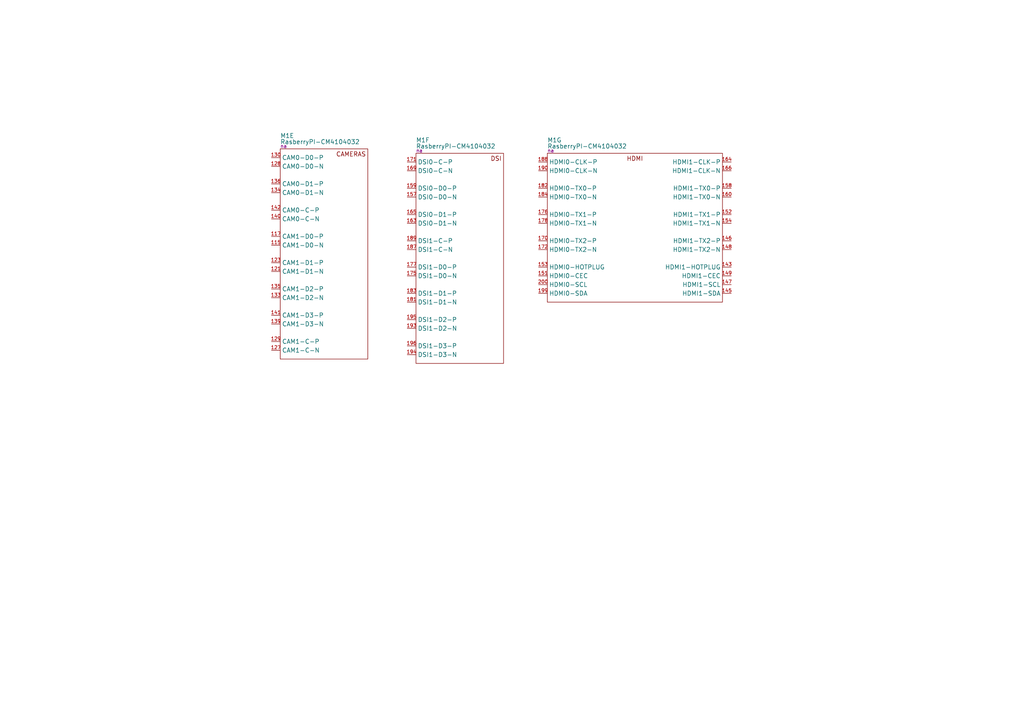
<source format=kicad_sch>
(kicad_sch
	(version 20231120)
	(generator "eeschema")
	(generator_version "8.0")
	(uuid "96dd4f36-a72c-4a41-b3ee-c19d713b35a6")
	(paper "A4")
	(title_block
		(title "Benchy Motherboard Ras PI - HDMI & DSI")
		(rev "1")
		(company "Daxxn Industries")
	)
	(lib_symbols
		(symbol "DX_Module_PI:RPI-CM4104032"
			(exclude_from_sim no)
			(in_bom yes)
			(on_board yes)
			(property "Reference" "M"
				(at 0 3.81 0)
				(effects
					(font
						(size 1.27 1.27)
					)
					(justify left)
				)
			)
			(property "Value" "RasberryPI-CM4104032"
				(at 0 2.032 0)
				(effects
					(font
						(size 1.27 1.27)
					)
					(justify left)
				)
			)
			(property "Footprint" "Daxxn_Modules:RPI-CM4_SC0674"
				(at 0 7.62 0)
				(effects
					(font
						(size 1.27 1.27)
					)
					(hide yes)
				)
			)
			(property "Datasheet" "F:\\Electrical\\Datasheets\\RPI-CM4.pdf"
				(at 0 9.144 0)
				(effects
					(font
						(size 1.27 1.27)
					)
					(hide yes)
				)
			)
			(property "Description" "Raspberry Pi Compute Module 4 Rev 5, 1.5GHz quad-core ARM Cortex-A72 Processor 4GB RAM, 32GB Storage"
				(at 0 10.922 0)
				(effects
					(font
						(size 1.27 1.27)
					)
					(hide yes)
				)
			)
			(property "PartNumber" "na"
				(at 0 0.762 0)
				(effects
					(font
						(size 1 1)
					)
					(justify left)
				)
			)
			(property "ki_locked" ""
				(at 0 0 0)
				(effects
					(font
						(size 1.27 1.27)
					)
				)
			)
			(symbol "RPI-CM4104032_1_0"
				(pin power_in line
					(at -2.54 -48.26 0)
					(length 2.54)
					(name "GND"
						(effects
							(font
								(size 1.27 1.27)
							)
						)
					)
					(number "1"
						(effects
							(font
								(size 0.9906 0.9906)
							)
						)
					)
				)
				(pin input line
					(at 53.34 -2.54 180)
					(length 2.54)
					(name "~{EXT-RESET}"
						(effects
							(font
								(size 1.27 1.27)
							)
						)
					)
					(number "100"
						(effects
							(font
								(size 0.9906 0.9906)
							)
						)
					)
				)
				(pin no_connect line
					(at 20.32 -15.24 0)
					(length 2.54) hide
					(name "Reserved"
						(effects
							(font
								(size 1.27 1.27)
							)
						)
					)
					(number "104"
						(effects
							(font
								(size 0.9906 0.9906)
							)
						)
					)
				)
				(pin no_connect line
					(at 20.32 -17.78 0)
					(length 2.54) hide
					(name "Reserved"
						(effects
							(font
								(size 1.27 1.27)
							)
						)
					)
					(number "106"
						(effects
							(font
								(size 0.9906 0.9906)
							)
						)
					)
				)
				(pin power_in line
					(at -2.54 -48.26 0)
					(length 2.54) hide
					(name "GND"
						(effects
							(font
								(size 1.27 1.27)
							)
						)
					)
					(number "107"
						(effects
							(font
								(size 0.9906 0.9906)
							)
						)
					)
				)
				(pin power_in line
					(at -2.54 -48.26 0)
					(length 2.54) hide
					(name "GND"
						(effects
							(font
								(size 1.27 1.27)
							)
						)
					)
					(number "108"
						(effects
							(font
								(size 0.9906 0.9906)
							)
						)
					)
				)
				(pin bidirectional line
					(at -2.54 -30.48 0)
					(length 2.54)
					(name "VDAC-COMP"
						(effects
							(font
								(size 1.27 1.27)
							)
						)
					)
					(number "111"
						(effects
							(font
								(size 0.9906 0.9906)
							)
						)
					)
				)
				(pin power_in line
					(at -2.54 -48.26 0)
					(length 2.54) hide
					(name "GND"
						(effects
							(font
								(size 1.27 1.27)
							)
						)
					)
					(number "113"
						(effects
							(font
								(size 0.9906 0.9906)
							)
						)
					)
				)
				(pin power_in line
					(at -2.54 -48.26 0)
					(length 2.54) hide
					(name "GND"
						(effects
							(font
								(size 1.27 1.27)
							)
						)
					)
					(number "114"
						(effects
							(font
								(size 0.9906 0.9906)
							)
						)
					)
				)
				(pin power_in line
					(at -2.54 -48.26 0)
					(length 2.54) hide
					(name "GND"
						(effects
							(font
								(size 1.27 1.27)
							)
						)
					)
					(number "119"
						(effects
							(font
								(size 0.9906 0.9906)
							)
						)
					)
				)
				(pin power_in line
					(at -2.54 -48.26 0)
					(length 2.54) hide
					(name "GND"
						(effects
							(font
								(size 1.27 1.27)
							)
						)
					)
					(number "120"
						(effects
							(font
								(size 0.9906 0.9906)
							)
						)
					)
				)
				(pin power_in line
					(at -2.54 -48.26 0)
					(length 2.54) hide
					(name "GND"
						(effects
							(font
								(size 1.27 1.27)
							)
						)
					)
					(number "125"
						(effects
							(font
								(size 0.9906 0.9906)
							)
						)
					)
				)
				(pin power_in line
					(at -2.54 -48.26 0)
					(length 2.54) hide
					(name "GND"
						(effects
							(font
								(size 1.27 1.27)
							)
						)
					)
					(number "126"
						(effects
							(font
								(size 0.9906 0.9906)
							)
						)
					)
				)
				(pin power_in line
					(at -2.54 -48.26 0)
					(length 2.54) hide
					(name "GND"
						(effects
							(font
								(size 1.27 1.27)
							)
						)
					)
					(number "13"
						(effects
							(font
								(size 0.9906 0.9906)
							)
						)
					)
				)
				(pin power_in line
					(at -2.54 -48.26 0)
					(length 2.54) hide
					(name "GND"
						(effects
							(font
								(size 1.27 1.27)
							)
						)
					)
					(number "131"
						(effects
							(font
								(size 0.9906 0.9906)
							)
						)
					)
				)
				(pin power_in line
					(at -2.54 -48.26 0)
					(length 2.54) hide
					(name "GND"
						(effects
							(font
								(size 1.27 1.27)
							)
						)
					)
					(number "132"
						(effects
							(font
								(size 0.9906 0.9906)
							)
						)
					)
				)
				(pin power_in line
					(at -2.54 -48.26 0)
					(length 2.54) hide
					(name "GND"
						(effects
							(font
								(size 1.27 1.27)
							)
						)
					)
					(number "137"
						(effects
							(font
								(size 0.9906 0.9906)
							)
						)
					)
				)
				(pin power_in line
					(at -2.54 -48.26 0)
					(length 2.54) hide
					(name "GND"
						(effects
							(font
								(size 1.27 1.27)
							)
						)
					)
					(number "138"
						(effects
							(font
								(size 0.9906 0.9906)
							)
						)
					)
				)
				(pin power_in line
					(at -2.54 -48.26 0)
					(length 2.54) hide
					(name "GND"
						(effects
							(font
								(size 1.27 1.27)
							)
						)
					)
					(number "14"
						(effects
							(font
								(size 0.9906 0.9906)
							)
						)
					)
				)
				(pin power_in line
					(at -2.54 -48.26 0)
					(length 2.54) hide
					(name "GND"
						(effects
							(font
								(size 1.27 1.27)
							)
						)
					)
					(number "144"
						(effects
							(font
								(size 0.9906 0.9906)
							)
						)
					)
				)
				(pin power_in line
					(at -2.54 -48.26 0)
					(length 2.54) hide
					(name "GND"
						(effects
							(font
								(size 1.27 1.27)
							)
						)
					)
					(number "150"
						(effects
							(font
								(size 0.9906 0.9906)
							)
						)
					)
				)
				(pin power_in line
					(at -2.54 -48.26 0)
					(length 2.54) hide
					(name "GND"
						(effects
							(font
								(size 1.27 1.27)
							)
						)
					)
					(number "155"
						(effects
							(font
								(size 0.9906 0.9906)
							)
						)
					)
				)
				(pin power_in line
					(at -2.54 -48.26 0)
					(length 2.54) hide
					(name "GND"
						(effects
							(font
								(size 1.27 1.27)
							)
						)
					)
					(number "156"
						(effects
							(font
								(size 0.9906 0.9906)
							)
						)
					)
				)
				(pin power_in line
					(at -2.54 -48.26 0)
					(length 2.54) hide
					(name "GND"
						(effects
							(font
								(size 1.27 1.27)
							)
						)
					)
					(number "161"
						(effects
							(font
								(size 0.9906 0.9906)
							)
						)
					)
				)
				(pin power_in line
					(at -2.54 -48.26 0)
					(length 2.54) hide
					(name "GND"
						(effects
							(font
								(size 1.27 1.27)
							)
						)
					)
					(number "162"
						(effects
							(font
								(size 0.9906 0.9906)
							)
						)
					)
				)
				(pin power_in line
					(at -2.54 -48.26 0)
					(length 2.54) hide
					(name "GND"
						(effects
							(font
								(size 1.27 1.27)
							)
						)
					)
					(number "167"
						(effects
							(font
								(size 0.9906 0.9906)
							)
						)
					)
				)
				(pin power_in line
					(at -2.54 -48.26 0)
					(length 2.54) hide
					(name "GND"
						(effects
							(font
								(size 1.27 1.27)
							)
						)
					)
					(number "168"
						(effects
							(font
								(size 0.9906 0.9906)
							)
						)
					)
				)
				(pin power_in line
					(at -2.54 -48.26 0)
					(length 2.54) hide
					(name "GND"
						(effects
							(font
								(size 1.27 1.27)
							)
						)
					)
					(number "173"
						(effects
							(font
								(size 0.9906 0.9906)
							)
						)
					)
				)
				(pin power_in line
					(at -2.54 -48.26 0)
					(length 2.54) hide
					(name "GND"
						(effects
							(font
								(size 1.27 1.27)
							)
						)
					)
					(number "174"
						(effects
							(font
								(size 0.9906 0.9906)
							)
						)
					)
				)
				(pin power_in line
					(at -2.54 -48.26 0)
					(length 2.54) hide
					(name "GND"
						(effects
							(font
								(size 1.27 1.27)
							)
						)
					)
					(number "179"
						(effects
							(font
								(size 0.9906 0.9906)
							)
						)
					)
				)
				(pin power_in line
					(at -2.54 -48.26 0)
					(length 2.54) hide
					(name "GND"
						(effects
							(font
								(size 1.27 1.27)
							)
						)
					)
					(number "180"
						(effects
							(font
								(size 0.9906 0.9906)
							)
						)
					)
				)
				(pin power_in line
					(at -2.54 -48.26 0)
					(length 2.54) hide
					(name "GND"
						(effects
							(font
								(size 1.27 1.27)
							)
						)
					)
					(number "185"
						(effects
							(font
								(size 0.9906 0.9906)
							)
						)
					)
				)
				(pin power_in line
					(at -2.54 -48.26 0)
					(length 2.54) hide
					(name "GND"
						(effects
							(font
								(size 1.27 1.27)
							)
						)
					)
					(number "186"
						(effects
							(font
								(size 0.9906 0.9906)
							)
						)
					)
				)
				(pin power_in line
					(at -2.54 -48.26 0)
					(length 2.54) hide
					(name "GND"
						(effects
							(font
								(size 1.27 1.27)
							)
						)
					)
					(number "191"
						(effects
							(font
								(size 0.9906 0.9906)
							)
						)
					)
				)
				(pin power_in line
					(at -2.54 -48.26 0)
					(length 2.54) hide
					(name "GND"
						(effects
							(font
								(size 1.27 1.27)
							)
						)
					)
					(number "192"
						(effects
							(font
								(size 0.9906 0.9906)
							)
						)
					)
				)
				(pin power_in line
					(at -2.54 -48.26 0)
					(length 2.54) hide
					(name "GND"
						(effects
							(font
								(size 1.27 1.27)
							)
						)
					)
					(number "197"
						(effects
							(font
								(size 0.9906 0.9906)
							)
						)
					)
				)
				(pin power_in line
					(at -2.54 -48.26 0)
					(length 2.54) hide
					(name "GND"
						(effects
							(font
								(size 1.27 1.27)
							)
						)
					)
					(number "198"
						(effects
							(font
								(size 0.9906 0.9906)
							)
						)
					)
				)
				(pin power_in line
					(at -2.54 -48.26 0)
					(length 2.54) hide
					(name "GND"
						(effects
							(font
								(size 1.27 1.27)
							)
						)
					)
					(number "2"
						(effects
							(font
								(size 0.9906 0.9906)
							)
						)
					)
				)
				(pin output line
					(at 53.34 -40.64 180)
					(length 2.54)
					(name "EEPROM-~{WP}"
						(effects
							(font
								(size 1.27 1.27)
							)
						)
					)
					(number "20"
						(effects
							(font
								(size 0.9906 0.9906)
							)
						)
					)
				)
				(pin output line
					(at 53.34 -35.56 180)
					(length 2.54)
					(name "PI-~{LED-ACT}"
						(effects
							(font
								(size 1.27 1.27)
							)
						)
					)
					(number "21"
						(effects
							(font
								(size 0.9906 0.9906)
							)
						)
					)
				)
				(pin power_in line
					(at -2.54 -48.26 0)
					(length 2.54) hide
					(name "GND"
						(effects
							(font
								(size 1.27 1.27)
							)
						)
					)
					(number "22"
						(effects
							(font
								(size 0.9906 0.9906)
							)
						)
					)
				)
				(pin power_in line
					(at -2.54 -48.26 0)
					(length 2.54) hide
					(name "GND"
						(effects
							(font
								(size 1.27 1.27)
							)
						)
					)
					(number "23"
						(effects
							(font
								(size 0.9906 0.9906)
							)
						)
					)
				)
				(pin power_in line
					(at -2.54 -48.26 0)
					(length 2.54) hide
					(name "GND"
						(effects
							(font
								(size 1.27 1.27)
							)
						)
					)
					(number "32"
						(effects
							(font
								(size 0.9906 0.9906)
							)
						)
					)
				)
				(pin power_in line
					(at -2.54 -48.26 0)
					(length 2.54) hide
					(name "GND"
						(effects
							(font
								(size 1.27 1.27)
							)
						)
					)
					(number "33"
						(effects
							(font
								(size 0.9906 0.9906)
							)
						)
					)
				)
				(pin power_in line
					(at -2.54 -48.26 0)
					(length 2.54) hide
					(name "GND"
						(effects
							(font
								(size 1.27 1.27)
							)
						)
					)
					(number "42"
						(effects
							(font
								(size 0.9906 0.9906)
							)
						)
					)
				)
				(pin power_in line
					(at -2.54 -48.26 0)
					(length 2.54) hide
					(name "GND"
						(effects
							(font
								(size 1.27 1.27)
							)
						)
					)
					(number "43"
						(effects
							(font
								(size 0.9906 0.9906)
							)
						)
					)
				)
				(pin power_in line
					(at -2.54 -48.26 0)
					(length 2.54) hide
					(name "GND"
						(effects
							(font
								(size 1.27 1.27)
							)
						)
					)
					(number "52"
						(effects
							(font
								(size 0.9906 0.9906)
							)
						)
					)
				)
				(pin power_in line
					(at -2.54 -48.26 0)
					(length 2.54) hide
					(name "GND"
						(effects
							(font
								(size 1.27 1.27)
							)
						)
					)
					(number "53"
						(effects
							(font
								(size 0.9906 0.9906)
							)
						)
					)
				)
				(pin power_in line
					(at -2.54 -48.26 0)
					(length 2.54) hide
					(name "GND"
						(effects
							(font
								(size 1.27 1.27)
							)
						)
					)
					(number "59"
						(effects
							(font
								(size 0.9906 0.9906)
							)
						)
					)
				)
				(pin power_in line
					(at -2.54 -48.26 0)
					(length 2.54) hide
					(name "GND"
						(effects
							(font
								(size 1.27 1.27)
							)
						)
					)
					(number "60"
						(effects
							(font
								(size 0.9906 0.9906)
							)
						)
					)
				)
				(pin power_in line
					(at -2.54 -48.26 0)
					(length 2.54) hide
					(name "GND"
						(effects
							(font
								(size 1.27 1.27)
							)
						)
					)
					(number "65"
						(effects
							(font
								(size 0.9906 0.9906)
							)
						)
					)
				)
				(pin power_in line
					(at -2.54 -48.26 0)
					(length 2.54) hide
					(name "GND"
						(effects
							(font
								(size 1.27 1.27)
							)
						)
					)
					(number "66"
						(effects
							(font
								(size 0.9906 0.9906)
							)
						)
					)
				)
				(pin power_in line
					(at -2.54 -48.26 0)
					(length 2.54) hide
					(name "GND"
						(effects
							(font
								(size 1.27 1.27)
							)
						)
					)
					(number "7"
						(effects
							(font
								(size 0.9906 0.9906)
							)
						)
					)
				)
				(pin power_in line
					(at -2.54 -48.26 0)
					(length 2.54) hide
					(name "GND"
						(effects
							(font
								(size 1.27 1.27)
							)
						)
					)
					(number "71"
						(effects
							(font
								(size 0.9906 0.9906)
							)
						)
					)
				)
				(pin input line
					(at -2.54 -35.56 0)
					(length 2.54)
					(name "SD-VDD-OVERRIDE"
						(effects
							(font
								(size 1.27 1.27)
							)
						)
					)
					(number "73"
						(effects
							(font
								(size 0.9906 0.9906)
							)
						)
					)
				)
				(pin power_in line
					(at -2.54 -48.26 0)
					(length 2.54) hide
					(name "GND"
						(effects
							(font
								(size 1.27 1.27)
							)
						)
					)
					(number "74"
						(effects
							(font
								(size 0.9906 0.9906)
							)
						)
					)
				)
				(pin input line
					(at -2.54 -38.1 0)
					(length 2.54)
					(name "SD-PWR-ON"
						(effects
							(font
								(size 1.27 1.27)
							)
						)
					)
					(number "75"
						(effects
							(font
								(size 0.9906 0.9906)
							)
						)
					)
				)
				(pin no_connect line
					(at 20.32 -12.7 0)
					(length 2.54) hide
					(name "Reserved"
						(effects
							(font
								(size 1.27 1.27)
							)
						)
					)
					(number "76"
						(effects
							(font
								(size 0.9906 0.9906)
							)
						)
					)
				)
				(pin power_in line
					(at -2.54 -2.54 0)
					(length 2.54) hide
					(name "+5VIN"
						(effects
							(font
								(size 1.27 1.27)
							)
						)
					)
					(number "77"
						(effects
							(font
								(size 0.9906 0.9906)
							)
						)
					)
				)
				(pin input line
					(at -2.54 -17.78 0)
					(length 2.54)
					(name "GPIO-VREF"
						(effects
							(font
								(size 1.27 1.27)
							)
						)
					)
					(number "78"
						(effects
							(font
								(size 0.9906 0.9906)
							)
						)
					)
				)
				(pin power_in line
					(at -2.54 -2.54 0)
					(length 2.54)
					(name "+5VIN"
						(effects
							(font
								(size 1.27 1.27)
							)
						)
					)
					(number "79"
						(effects
							(font
								(size 0.9906 0.9906)
							)
						)
					)
				)
				(pin power_in line
					(at -2.54 -48.26 0)
					(length 2.54) hide
					(name "GND"
						(effects
							(font
								(size 1.27 1.27)
							)
						)
					)
					(number "8"
						(effects
							(font
								(size 0.9906 0.9906)
							)
						)
					)
				)
				(pin power_in line
					(at -2.54 -2.54 0)
					(length 2.54) hide
					(name "+5VIN"
						(effects
							(font
								(size 1.27 1.27)
							)
						)
					)
					(number "81"
						(effects
							(font
								(size 0.9906 0.9906)
							)
						)
					)
				)
				(pin power_in line
					(at -2.54 -2.54 0)
					(length 2.54) hide
					(name "+5VIN"
						(effects
							(font
								(size 1.27 1.27)
							)
						)
					)
					(number "83"
						(effects
							(font
								(size 0.9906 0.9906)
							)
						)
					)
				)
				(pin power_out line
					(at -2.54 -7.62 0)
					(length 2.54)
					(name "CM4-3.3V"
						(effects
							(font
								(size 1.27 1.27)
							)
						)
					)
					(number "84"
						(effects
							(font
								(size 0.9906 0.9906)
							)
						)
					)
				)
				(pin power_in line
					(at -2.54 -2.54 0)
					(length 2.54) hide
					(name "+5VIN"
						(effects
							(font
								(size 1.27 1.27)
							)
						)
					)
					(number "85"
						(effects
							(font
								(size 0.9906 0.9906)
							)
						)
					)
				)
				(pin power_out line
					(at -2.54 -7.62 0)
					(length 2.54) hide
					(name "CM4-3.3V"
						(effects
							(font
								(size 1.27 1.27)
							)
						)
					)
					(number "86"
						(effects
							(font
								(size 0.9906 0.9906)
							)
						)
					)
				)
				(pin power_in line
					(at -2.54 -2.54 0)
					(length 2.54) hide
					(name "+5VIN"
						(effects
							(font
								(size 1.27 1.27)
							)
						)
					)
					(number "87"
						(effects
							(font
								(size 0.9906 0.9906)
							)
						)
					)
				)
				(pin power_out line
					(at -2.54 -12.7 0)
					(length 2.54)
					(name "CM4-1.8V"
						(effects
							(font
								(size 1.27 1.27)
							)
						)
					)
					(number "88"
						(effects
							(font
								(size 0.9906 0.9906)
							)
						)
					)
				)
				(pin input line
					(at 53.34 -7.62 180)
					(length 2.54)
					(name "WL-~{DISABLE}"
						(effects
							(font
								(size 1.27 1.27)
							)
						)
					)
					(number "89"
						(effects
							(font
								(size 0.9906 0.9906)
							)
						)
					)
				)
				(pin power_out line
					(at -2.54 -12.7 0)
					(length 2.54) hide
					(name "CM4-1.8V"
						(effects
							(font
								(size 1.27 1.27)
							)
						)
					)
					(number "90"
						(effects
							(font
								(size 0.9906 0.9906)
							)
						)
					)
				)
				(pin input line
					(at 53.34 -10.16 180)
					(length 2.54)
					(name "BT-~{Disable}"
						(effects
							(font
								(size 1.27 1.27)
							)
						)
					)
					(number "91"
						(effects
							(font
								(size 0.9906 0.9906)
							)
						)
					)
				)
				(pin bidirectional line
					(at 53.34 -17.78 180)
					(length 2.54)
					(name "RUN-PG"
						(effects
							(font
								(size 1.27 1.27)
							)
						)
					)
					(number "92"
						(effects
							(font
								(size 0.9906 0.9906)
							)
						)
					)
				)
				(pin input line
					(at 53.34 -15.24 180)
					(length 2.54)
					(name "~{RPIBOOT}"
						(effects
							(font
								(size 1.27 1.27)
							)
						)
					)
					(number "93"
						(effects
							(font
								(size 0.9906 0.9906)
							)
						)
					)
				)
				(pin input line
					(at 53.34 -50.8 180)
					(length 2.54)
					(name "AnalogIP1"
						(effects
							(font
								(size 1.27 1.27)
							)
						)
					)
					(number "94"
						(effects
							(font
								(size 0.9906 0.9906)
							)
						)
					)
				)
				(pin input line
					(at 53.34 -33.02 180)
					(length 2.54)
					(name "PI-LED-~{PWR}"
						(effects
							(font
								(size 1.27 1.27)
							)
						)
					)
					(number "95"
						(effects
							(font
								(size 0.9906 0.9906)
							)
						)
					)
				)
				(pin input line
					(at 53.34 -48.26 180)
					(length 2.54)
					(name "AnalogIP0"
						(effects
							(font
								(size 1.27 1.27)
							)
						)
					)
					(number "96"
						(effects
							(font
								(size 0.9906 0.9906)
							)
						)
					)
				)
				(pin input line
					(at 53.34 -27.94 180)
					(length 2.54)
					(name "Camera-GPIO"
						(effects
							(font
								(size 1.27 1.27)
							)
						)
					)
					(number "97"
						(effects
							(font
								(size 0.9906 0.9906)
							)
						)
					)
				)
				(pin power_in line
					(at -2.54 -48.26 0)
					(length 2.54) hide
					(name "GND"
						(effects
							(font
								(size 1.27 1.27)
							)
						)
					)
					(number "98"
						(effects
							(font
								(size 0.9906 0.9906)
							)
						)
					)
				)
				(pin input line
					(at 53.34 -22.86 180)
					(length 2.54)
					(name "GLOBAL-EN"
						(effects
							(font
								(size 1.27 1.27)
							)
						)
					)
					(number "99"
						(effects
							(font
								(size 0.9906 0.9906)
							)
						)
					)
				)
				(pin power_in line
					(at -2.54 -50.8 0)
					(length 2.54)
					(name "SHIELD"
						(effects
							(font
								(size 1.27 1.27)
							)
						)
					)
					(number "SH"
						(effects
							(font
								(size 0.9906 0.9906)
							)
						)
					)
				)
			)
			(symbol "RPI-CM4104032_1_1"
				(rectangle
					(start 0 0)
					(end 50.8 -53.34)
					(stroke
						(width 0)
						(type default)
					)
					(fill
						(type none)
					)
				)
				(text "POWER\n&\nCONTROL"
					(at 25.4 -3.556 0)
					(effects
						(font
							(size 1.27 1.27)
						)
					)
				)
			)
			(symbol "RPI-CM4104032_2_0"
				(pin output line
					(at -2.54 -25.4 0)
					(length 2.54)
					(name "SD-CLK"
						(effects
							(font
								(size 1.27 1.27)
							)
						)
					)
					(number "57"
						(effects
							(font
								(size 0.9906 0.9906)
							)
						)
					)
				)
				(pin bidirectional line
					(at -2.54 -10.16 0)
					(length 2.54)
					(name "SD-DAT3"
						(effects
							(font
								(size 1.27 1.27)
							)
						)
					)
					(number "61"
						(effects
							(font
								(size 0.9906 0.9906)
							)
						)
					)
				)
				(pin output line
					(at -2.54 -27.94 0)
					(length 2.54)
					(name "SD-CMD"
						(effects
							(font
								(size 1.27 1.27)
							)
						)
					)
					(number "62"
						(effects
							(font
								(size 0.9906 0.9906)
							)
						)
					)
				)
				(pin bidirectional line
					(at -2.54 -2.54 0)
					(length 2.54)
					(name "SD-DAT0"
						(effects
							(font
								(size 1.27 1.27)
							)
						)
					)
					(number "63"
						(effects
							(font
								(size 0.9906 0.9906)
							)
						)
					)
				)
				(pin bidirectional line
					(at -2.54 -15.24 0)
					(length 2.54)
					(name "SD-DAT5"
						(effects
							(font
								(size 1.27 1.27)
							)
						)
					)
					(number "64"
						(effects
							(font
								(size 0.9906 0.9906)
							)
						)
					)
				)
				(pin bidirectional line
					(at -2.54 -5.08 0)
					(length 2.54)
					(name "SD-DAT1"
						(effects
							(font
								(size 1.27 1.27)
							)
						)
					)
					(number "67"
						(effects
							(font
								(size 0.9906 0.9906)
							)
						)
					)
				)
				(pin bidirectional line
					(at -2.54 -12.7 0)
					(length 2.54)
					(name "SD-DAT4"
						(effects
							(font
								(size 1.27 1.27)
							)
						)
					)
					(number "68"
						(effects
							(font
								(size 0.9906 0.9906)
							)
						)
					)
				)
				(pin bidirectional line
					(at -2.54 -7.62 0)
					(length 2.54)
					(name "SD-DAT2"
						(effects
							(font
								(size 1.27 1.27)
							)
						)
					)
					(number "69"
						(effects
							(font
								(size 0.9906 0.9906)
							)
						)
					)
				)
				(pin bidirectional line
					(at -2.54 -20.32 0)
					(length 2.54)
					(name "SD-DAT7"
						(effects
							(font
								(size 1.27 1.27)
							)
						)
					)
					(number "70"
						(effects
							(font
								(size 0.9906 0.9906)
							)
						)
					)
				)
				(pin bidirectional line
					(at -2.54 -17.78 0)
					(length 2.54)
					(name "SD-DAT6"
						(effects
							(font
								(size 1.27 1.27)
							)
						)
					)
					(number "72"
						(effects
							(font
								(size 0.9906 0.9906)
							)
						)
					)
				)
			)
			(symbol "RPI-CM4104032_2_1"
				(rectangle
					(start 0 0)
					(end 25.4 -30.48)
					(stroke
						(width 0)
						(type default)
					)
					(fill
						(type none)
					)
				)
				(text "ONLY FOR THE CM4Lite (NO STORAGE)"
					(at 12.7 -29.718 0)
					(effects
						(font
							(size 0.8 0.8)
						)
					)
				)
				(text "SDCARD\neMMC"
					(at 24.892 -2.54 0)
					(effects
						(font
							(size 1.27 1.27)
						)
						(justify right)
					)
				)
			)
			(symbol "RPI-CM4104032_3_0"
				(pin bidirectional line
					(at -2.54 -5.08 0)
					(length 2.54)
					(name "ETH-P0-N"
						(effects
							(font
								(size 1.27 1.27)
							)
						)
					)
					(number "10"
						(effects
							(font
								(size 0.9906 0.9906)
							)
						)
					)
				)
				(pin bidirectional line
					(at -2.54 -17.78 0)
					(length 2.54)
					(name "ETH-P2-P"
						(effects
							(font
								(size 1.27 1.27)
							)
						)
					)
					(number "11"
						(effects
							(font
								(size 0.9906 0.9906)
							)
						)
					)
				)
				(pin bidirectional line
					(at -2.54 -2.54 0)
					(length 2.54)
					(name "ETH-P0-P"
						(effects
							(font
								(size 1.27 1.27)
							)
						)
					)
					(number "12"
						(effects
							(font
								(size 0.9906 0.9906)
							)
						)
					)
				)
				(pin output line
					(at -2.54 -45.72 0)
					(length 2.54)
					(name "ETH-~{LED3}"
						(effects
							(font
								(size 1.27 1.27)
							)
						)
					)
					(number "15"
						(effects
							(font
								(size 0.9906 0.9906)
							)
						)
					)
				)
				(pin input line
					(at -2.54 -33.02 0)
					(length 2.54)
					(name "ETH-SYNC-IN"
						(effects
							(font
								(size 1.27 1.27)
							)
						)
					)
					(number "16"
						(effects
							(font
								(size 0.9906 0.9906)
							)
						)
					)
				)
				(pin output line
					(at -2.54 -43.18 0)
					(length 2.54)
					(name "ETH-~{LED2}"
						(effects
							(font
								(size 1.27 1.27)
							)
						)
					)
					(number "17"
						(effects
							(font
								(size 0.9906 0.9906)
							)
						)
					)
				)
				(pin output line
					(at -2.54 -35.56 0)
					(length 2.54)
					(name "ETH-SYNC-OUT"
						(effects
							(font
								(size 1.27 1.27)
							)
						)
					)
					(number "18"
						(effects
							(font
								(size 0.9906 0.9906)
							)
						)
					)
				)
				(pin output line
					(at -2.54 -40.64 0)
					(length 2.54)
					(name "ETH-~{LED1}"
						(effects
							(font
								(size 1.27 1.27)
							)
						)
					)
					(number "19"
						(effects
							(font
								(size 0.9906 0.9906)
							)
						)
					)
				)
				(pin bidirectional line
					(at -2.54 -25.4 0)
					(length 2.54)
					(name "ETH-P3-P"
						(effects
							(font
								(size 1.27 1.27)
							)
						)
					)
					(number "3"
						(effects
							(font
								(size 0.9906 0.9906)
							)
						)
					)
				)
				(pin bidirectional line
					(at -2.54 -10.16 0)
					(length 2.54)
					(name "ETH-P1-P"
						(effects
							(font
								(size 1.27 1.27)
							)
						)
					)
					(number "4"
						(effects
							(font
								(size 0.9906 0.9906)
							)
						)
					)
				)
				(pin bidirectional line
					(at -2.54 -27.94 0)
					(length 2.54)
					(name "ETH-P3-N"
						(effects
							(font
								(size 1.27 1.27)
							)
						)
					)
					(number "5"
						(effects
							(font
								(size 0.9906 0.9906)
							)
						)
					)
				)
				(pin bidirectional line
					(at -2.54 -12.7 0)
					(length 2.54)
					(name "ETH-P1-N"
						(effects
							(font
								(size 1.27 1.27)
							)
						)
					)
					(number "6"
						(effects
							(font
								(size 0.9906 0.9906)
							)
						)
					)
				)
				(pin bidirectional line
					(at -2.54 -20.32 0)
					(length 2.54)
					(name "ETH-P2-N"
						(effects
							(font
								(size 1.27 1.27)
							)
						)
					)
					(number "9"
						(effects
							(font
								(size 0.9906 0.9906)
							)
						)
					)
				)
			)
			(symbol "RPI-CM4104032_3_1"
				(rectangle
					(start 0 0)
					(end 25.4 -48.26)
					(stroke
						(width 0)
						(type default)
					)
					(fill
						(type none)
					)
				)
				(text "ETHERNET PHY"
					(at 24.892 -1.524 0)
					(effects
						(font
							(size 1.27 1.27)
						)
						(justify right)
					)
				)
			)
			(symbol "RPI-CM4104032_4_0"
				(pin bidirectional line
					(at -2.54 -68.58 0)
					(length 2.54)
					(name "GPIO26"
						(effects
							(font
								(size 1.27 1.27)
							)
						)
					)
					(number "24"
						(effects
							(font
								(size 0.9906 0.9906)
							)
						)
					)
					(alternate "ARM_TDI" bidirectional line)
					(alternate "DPI_D22" bidirectional line)
					(alternate "SD0_DAT2" bidirectional line)
					(alternate "SD1_DAT2" bidirectional line)
					(alternate "SPI5_CE1_N" bidirectional line)
				)
				(pin bidirectional line
					(at -2.54 -55.88 0)
					(length 2.54)
					(name "GPIO21"
						(effects
							(font
								(size 1.27 1.27)
							)
						)
					)
					(number "25"
						(effects
							(font
								(size 0.9906 0.9906)
							)
						)
					)
					(alternate "DPI_D17" bidirectional line)
					(alternate "GPCLK1" bidirectional line)
					(alternate "PCM_DOUT" bidirectional line)
					(alternate "SD13" bidirectional line)
					(alternate "SPI1_SCLK" bidirectional line)
					(alternate "SPI6_SCLK" bidirectional line)
				)
				(pin bidirectional line
					(at -2.54 -50.8 0)
					(length 2.54)
					(name "GPIO19"
						(effects
							(font
								(size 1.27 1.27)
							)
						)
					)
					(number "26"
						(effects
							(font
								(size 0.9906 0.9906)
							)
						)
					)
					(alternate "DPI_D15" bidirectional line)
					(alternate "PCM_FS" bidirectional line)
					(alternate "PWM0_1" bidirectional line)
					(alternate "SD11" bidirectional line)
					(alternate "SPI1_MISO" bidirectional line)
					(alternate "SPI6_MISO" bidirectional line)
				)
				(pin bidirectional line
					(at -2.54 -53.34 0)
					(length 2.54)
					(name "GPIO20"
						(effects
							(font
								(size 1.27 1.27)
							)
						)
					)
					(number "27"
						(effects
							(font
								(size 0.9906 0.9906)
							)
						)
					)
					(alternate "DPI_D16" bidirectional line)
					(alternate "GPCLK0" bidirectional line)
					(alternate "PCM_DIN" bidirectional line)
					(alternate "SD12" bidirectional line)
					(alternate "SPI1_MOSI" bidirectional line)
					(alternate "SPI6_MOSI" bidirectional line)
				)
				(pin bidirectional line
					(at -2.54 -35.56 0)
					(length 2.54)
					(name "GPIO13"
						(effects
							(font
								(size 1.27 1.27)
							)
						)
					)
					(number "28"
						(effects
							(font
								(size 0.9906 0.9906)
							)
						)
					)
					(alternate "DPI_D9" bidirectional line)
					(alternate "PWM0_1" bidirectional line)
					(alternate "RXD5" bidirectional line)
					(alternate "SCL5" bidirectional line)
					(alternate "SD5" bidirectional line)
					(alternate "SPI5_MISO" bidirectional line)
				)
				(pin bidirectional line
					(at -2.54 -43.18 0)
					(length 2.54)
					(name "GPIO16"
						(effects
							(font
								(size 1.27 1.27)
							)
						)
					)
					(number "29"
						(effects
							(font
								(size 0.9906 0.9906)
							)
						)
					)
					(alternate "CTS0" bidirectional line)
					(alternate "CTS1" bidirectional line)
					(alternate "DPI_D12" bidirectional line)
					(alternate "SD8" bidirectional line)
					(alternate "SPI1_CE2_N" bidirectional line)
				)
				(pin bidirectional line
					(at -2.54 -17.78 0)
					(length 2.54)
					(name "GPIO6"
						(effects
							(font
								(size 1.27 1.27)
							)
						)
					)
					(number "30"
						(effects
							(font
								(size 0.9906 0.9906)
							)
						)
					)
					(alternate "CTS3" bidirectional line)
					(alternate "DPI_D2" bidirectional line)
					(alternate "GPCLK2" bidirectional line)
					(alternate "SDA4" bidirectional line)
					(alternate "SOE_N/SE" bidirectional line)
					(alternate "SPI4_MOSI" bidirectional line)
				)
				(pin bidirectional line
					(at -2.54 -33.02 0)
					(length 2.54)
					(name "GPIO12"
						(effects
							(font
								(size 1.27 1.27)
							)
						)
					)
					(number "31"
						(effects
							(font
								(size 0.9906 0.9906)
							)
						)
					)
					(alternate "DPI_D8" bidirectional line)
					(alternate "PWM0_0" bidirectional line)
					(alternate "SD4" bidirectional line)
					(alternate "SDA5" bidirectional line)
					(alternate "SPI5_CE0_N" bidirectional line)
					(alternate "TXD5" bidirectional line)
				)
				(pin bidirectional line
					(at -2.54 -15.24 0)
					(length 2.54)
					(name "GPIO5"
						(effects
							(font
								(size 1.27 1.27)
							)
						)
					)
					(number "34"
						(effects
							(font
								(size 0.9906 0.9906)
							)
						)
					)
					(alternate "DPI_D1" bidirectional line)
					(alternate "GPCLK1" bidirectional line)
					(alternate "RXD3" bidirectional line)
					(alternate "SA0" bidirectional line)
					(alternate "SCL3" bidirectional line)
					(alternate "SPI4_MISO" bidirectional line)
				)
				(pin output line
					(at -2.54 -76.2 0)
					(length 2.54)
					(name "ID-SC"
						(effects
							(font
								(size 1.27 1.27)
							)
						)
					)
					(number "35"
						(effects
							(font
								(size 0.9906 0.9906)
							)
						)
					)
				)
				(pin bidirectional line
					(at -2.54 -78.74 0)
					(length 2.54)
					(name "ID-SD"
						(effects
							(font
								(size 1.27 1.27)
							)
						)
					)
					(number "36"
						(effects
							(font
								(size 0.9906 0.9906)
							)
						)
					)
				)
				(pin bidirectional line
					(at -2.54 -20.32 0)
					(length 2.54)
					(name "GPIO7"
						(effects
							(font
								(size 1.27 1.27)
							)
						)
					)
					(number "37"
						(effects
							(font
								(size 0.9906 0.9906)
							)
						)
					)
					(alternate "DPI_D3" bidirectional line)
					(alternate "RTS3" bidirectional line)
					(alternate "SCL4" bidirectional line)
					(alternate "SPI0_CE1_N" bidirectional line)
					(alternate "SPI4_SCLK" bidirectional line)
					(alternate "SWE_N/SRW_N" bidirectional line)
				)
				(pin bidirectional line
					(at -2.54 -30.48 0)
					(length 2.54)
					(name "GPIO11"
						(effects
							(font
								(size 1.27 1.27)
							)
						)
					)
					(number "38"
						(effects
							(font
								(size 0.9906 0.9906)
							)
						)
					)
					(alternate "BSCSL SCL/SCLK" bidirectional line)
					(alternate "DPI_D7" bidirectional line)
					(alternate "RTS4" bidirectional line)
					(alternate "SCL5" bidirectional line)
					(alternate "SD3" bidirectional line)
					(alternate "SPI0_SCLK" bidirectional line)
				)
				(pin bidirectional line
					(at -2.54 -22.86 0)
					(length 2.54)
					(name "GPIO8"
						(effects
							(font
								(size 1.27 1.27)
							)
						)
					)
					(number "39"
						(effects
							(font
								(size 0.9906 0.9906)
							)
						)
					)
					(alternate "BSCSL/CE_N" bidirectional line)
					(alternate "DPI_D4" bidirectional line)
					(alternate "SD0" bidirectional line)
					(alternate "SDA4" bidirectional line)
					(alternate "SPI0_CE0_N" bidirectional line)
					(alternate "TXD4" bidirectional line)
				)
				(pin bidirectional line
					(at -2.54 -25.4 0)
					(length 2.54)
					(name "GPIO9"
						(effects
							(font
								(size 1.27 1.27)
							)
						)
					)
					(number "40"
						(effects
							(font
								(size 0.9906 0.9906)
							)
						)
					)
					(alternate "BSCSL/MISO" bidirectional line)
					(alternate "DPI_D5" bidirectional line)
					(alternate "RXD4" bidirectional line)
					(alternate "SCL4" bidirectional line)
					(alternate "SD1" bidirectional line)
					(alternate "SPI0_MISO" bidirectional line)
				)
				(pin bidirectional line
					(at -2.54 -66.04 0)
					(length 2.54)
					(name "GPIO25"
						(effects
							(font
								(size 1.27 1.27)
							)
						)
					)
					(number "41"
						(effects
							(font
								(size 0.9906 0.9906)
							)
						)
					)
					(alternate "ARM_TCK" bidirectional line)
					(alternate "DPI_D21" bidirectional line)
					(alternate "SD0_DAT1" bidirectional line)
					(alternate "SD17" bidirectional line)
					(alternate "SD1_DAT1" bidirectional line)
					(alternate "SPI4_CE1_N" bidirectional line)
				)
				(pin bidirectional line
					(at -2.54 -27.94 0)
					(length 2.54)
					(name "GPIO10"
						(effects
							(font
								(size 1.27 1.27)
							)
						)
					)
					(number "44"
						(effects
							(font
								(size 0.9906 0.9906)
							)
						)
					)
					(alternate "BSCSL SDA/MOSI" bidirectional line)
					(alternate "CTS4" bidirectional line)
					(alternate "DPI_D6" bidirectional line)
					(alternate "SD2" bidirectional line)
					(alternate "SDA5" bidirectional line)
					(alternate "SPI0_MOSI" bidirectional line)
				)
				(pin bidirectional line
					(at -2.54 -63.5 0)
					(length 2.54)
					(name "GPIO24"
						(effects
							(font
								(size 1.27 1.27)
							)
						)
					)
					(number "45"
						(effects
							(font
								(size 0.9906 0.9906)
							)
						)
					)
					(alternate "ARM_TDO" bidirectional line)
					(alternate "DPI_D20" bidirectional line)
					(alternate "SD0_DAT0" bidirectional line)
					(alternate "SD16" bidirectional line)
					(alternate "SD1_DAT0" bidirectional line)
					(alternate "SPI3_CE1_N" bidirectional line)
				)
				(pin bidirectional line
					(at -2.54 -58.42 0)
					(length 2.54)
					(name "GPIO22"
						(effects
							(font
								(size 1.27 1.27)
							)
						)
					)
					(number "46"
						(effects
							(font
								(size 0.9906 0.9906)
							)
						)
					)
					(alternate "ARM_TRST" bidirectional line)
					(alternate "DPI_D18" bidirectional line)
					(alternate "SD0_CLK" bidirectional line)
					(alternate "SD14" bidirectional line)
					(alternate "SD1_CLK" bidirectional line)
					(alternate "SDA6" bidirectional line)
				)
				(pin bidirectional line
					(at -2.54 -60.96 0)
					(length 2.54)
					(name "GPIO23"
						(effects
							(font
								(size 1.27 1.27)
							)
						)
					)
					(number "47"
						(effects
							(font
								(size 0.9906 0.9906)
							)
						)
					)
					(alternate "ARM_RTCK" bidirectional line)
					(alternate "DPI_D19" bidirectional line)
					(alternate "SCL6" bidirectional line)
					(alternate "SD0_CMD" bidirectional line)
					(alternate "SD15" bidirectional line)
					(alternate "SD1_CMD" bidirectional line)
				)
				(pin bidirectional line
					(at -2.54 -71.12 0)
					(length 2.54)
					(name "GPIO27"
						(effects
							(font
								(size 1.27 1.27)
							)
						)
					)
					(number "48"
						(effects
							(font
								(size 0.9906 0.9906)
							)
						)
					)
					(alternate "ARM_TMS" bidirectional line)
					(alternate "DPI_D23" bidirectional line)
					(alternate "SD0_DAT3" bidirectional line)
					(alternate "SD1_DAT3" bidirectional line)
					(alternate "SPI6_CE1_N" bidirectional line)
				)
				(pin bidirectional line
					(at -2.54 -48.26 0)
					(length 2.54)
					(name "GPIO18"
						(effects
							(font
								(size 1.27 1.27)
							)
						)
					)
					(number "49"
						(effects
							(font
								(size 0.9906 0.9906)
							)
						)
					)
					(alternate "DPI_D14" bidirectional line)
					(alternate "PCM_CLK" bidirectional line)
					(alternate "PWM0_0" bidirectional line)
					(alternate "SD10" bidirectional line)
					(alternate "SPI1_CE0_N" bidirectional line)
					(alternate "SPI6_CE0_N" bidirectional line)
				)
				(pin bidirectional line
					(at -2.54 -45.72 0)
					(length 2.54)
					(name "GPIO17"
						(effects
							(font
								(size 1.27 1.27)
							)
						)
					)
					(number "50"
						(effects
							(font
								(size 0.9906 0.9906)
							)
						)
					)
					(alternate "DPI_D13" bidirectional line)
					(alternate "RTS0" bidirectional line)
					(alternate "RTS1" bidirectional line)
					(alternate "SD9" bidirectional line)
					(alternate "SPI1_CE1_N" bidirectional line)
				)
				(pin bidirectional line
					(at -2.54 -40.64 0)
					(length 2.54)
					(name "GPIO15"
						(effects
							(font
								(size 1.27 1.27)
							)
						)
					)
					(number "51"
						(effects
							(font
								(size 0.9906 0.9906)
							)
						)
					)
					(alternate "DPI_D11" bidirectional line)
					(alternate "RTS5" bidirectional line)
					(alternate "RXD0" bidirectional line)
					(alternate "RXD1" bidirectional line)
					(alternate "SD7" bidirectional line)
					(alternate "SPI5_SCLK" bidirectional line)
				)
				(pin bidirectional line
					(at -2.54 -12.7 0)
					(length 2.54)
					(name "GPIO4"
						(effects
							(font
								(size 1.27 1.27)
							)
						)
					)
					(number "54"
						(effects
							(font
								(size 0.9906 0.9906)
							)
						)
					)
					(alternate "DPI_D0" bidirectional line)
					(alternate "GPCLK0" bidirectional line)
					(alternate "SA1" bidirectional line)
					(alternate "SDA3" bidirectional line)
					(alternate "SPI4_CE0_N" bidirectional line)
					(alternate "TXD3" bidirectional line)
				)
				(pin bidirectional line
					(at -2.54 -38.1 0)
					(length 2.54)
					(name "GPIO14"
						(effects
							(font
								(size 1.27 1.27)
							)
						)
					)
					(number "55"
						(effects
							(font
								(size 0.9906 0.9906)
							)
						)
					)
					(alternate "CTS5" bidirectional line)
					(alternate "DPI_D10" bidirectional line)
					(alternate "SD6" bidirectional line)
					(alternate "SPI5_MOSI" bidirectional line)
					(alternate "TXD0" bidirectional line)
					(alternate "TXD1" bidirectional line)
				)
				(pin bidirectional line
					(at -2.54 -10.16 0)
					(length 2.54)
					(name "GPIO3"
						(effects
							(font
								(size 1.27 1.27)
							)
						)
					)
					(number "56"
						(effects
							(font
								(size 0.9906 0.9906)
							)
						)
					)
					(alternate "LCD_HSYNC" bidirectional line)
					(alternate "RTS2" bidirectional line)
					(alternate "SA2" bidirectional line)
					(alternate "SCL1" bidirectional line)
					(alternate "SCL3" bidirectional line)
					(alternate "SPI3_SCLK" bidirectional line)
				)
				(pin bidirectional line
					(at -2.54 -7.62 0)
					(length 2.54)
					(name "GPIO2"
						(effects
							(font
								(size 1.27 1.27)
							)
						)
					)
					(number "58"
						(effects
							(font
								(size 0.9906 0.9906)
							)
						)
					)
					(alternate "CTS2" bidirectional line)
					(alternate "LCD_VSYNC" bidirectional line)
					(alternate "SA3" bidirectional line)
					(alternate "SDA1" bidirectional line)
					(alternate "SDA3" bidirectional line)
					(alternate "SPI3_MOSI" bidirectional line)
				)
				(pin bidirectional line
					(at -2.54 -5.08 0)
					(length 2.54)
					(name "GPIO1"
						(effects
							(font
								(size 1.27 1.27)
							)
						)
					)
					(number "80"
						(effects
							(font
								(size 0.9906 0.9906)
							)
						)
					)
					(alternate "DE" bidirectional line)
					(alternate "RXD2" bidirectional line)
					(alternate "SA4" bidirectional line)
					(alternate "SCL0" bidirectional line)
					(alternate "SCL6" bidirectional line)
					(alternate "SPI3_MISO" bidirectional line)
				)
				(pin bidirectional line
					(at -2.54 -2.54 0)
					(length 2.54)
					(name "GPIO0"
						(effects
							(font
								(size 1.27 1.27)
							)
						)
					)
					(number "82"
						(effects
							(font
								(size 0.9906 0.9906)
							)
						)
					)
					(alternate "PCLK" bidirectional line)
					(alternate "SA5" bidirectional line)
					(alternate "SDA0" bidirectional line)
					(alternate "SDA6" bidirectional line)
					(alternate "SPI3-CE0-N" bidirectional line)
					(alternate "TXD2" bidirectional line)
				)
			)
			(symbol "RPI-CM4104032_4_1"
				(rectangle
					(start 0 0)
					(end 25.4 -86.36)
					(stroke
						(width 0)
						(type default)
					)
					(fill
						(type none)
					)
				)
				(text "GPIO"
					(at 24.892 -1.524 0)
					(effects
						(font
							(size 1.27 1.27)
						)
						(justify right)
					)
				)
			)
			(symbol "RPI-CM4104032_5_0"
				(pin bidirectional line
					(at -2.54 -27.94 0)
					(length 2.54)
					(name "CAM1-D0-N"
						(effects
							(font
								(size 1.27 1.27)
							)
						)
					)
					(number "115"
						(effects
							(font
								(size 0.9906 0.9906)
							)
						)
					)
				)
				(pin bidirectional line
					(at -2.54 -25.4 0)
					(length 2.54)
					(name "CAM1-D0-P"
						(effects
							(font
								(size 1.27 1.27)
							)
						)
					)
					(number "117"
						(effects
							(font
								(size 0.9906 0.9906)
							)
						)
					)
				)
				(pin bidirectional line
					(at -2.54 -35.56 0)
					(length 2.54)
					(name "CAM1-D1-N"
						(effects
							(font
								(size 1.27 1.27)
							)
						)
					)
					(number "121"
						(effects
							(font
								(size 0.9906 0.9906)
							)
						)
					)
				)
				(pin bidirectional line
					(at -2.54 -33.02 0)
					(length 2.54)
					(name "CAM1-D1-P"
						(effects
							(font
								(size 1.27 1.27)
							)
						)
					)
					(number "123"
						(effects
							(font
								(size 0.9906 0.9906)
							)
						)
					)
				)
				(pin bidirectional line
					(at -2.54 -58.42 0)
					(length 2.54)
					(name "CAM1-C-N"
						(effects
							(font
								(size 1.27 1.27)
							)
						)
					)
					(number "127"
						(effects
							(font
								(size 0.9906 0.9906)
							)
						)
					)
				)
				(pin bidirectional line
					(at -2.54 -5.08 0)
					(length 2.54)
					(name "CAM0-D0-N"
						(effects
							(font
								(size 1.27 1.27)
							)
						)
					)
					(number "128"
						(effects
							(font
								(size 0.9906 0.9906)
							)
						)
					)
				)
				(pin bidirectional line
					(at -2.54 -55.88 0)
					(length 2.54)
					(name "CAM1-C-P"
						(effects
							(font
								(size 1.27 1.27)
							)
						)
					)
					(number "129"
						(effects
							(font
								(size 0.9906 0.9906)
							)
						)
					)
				)
				(pin bidirectional line
					(at -2.54 -2.54 0)
					(length 2.54)
					(name "CAM0-D0-P"
						(effects
							(font
								(size 1.27 1.27)
							)
						)
					)
					(number "130"
						(effects
							(font
								(size 0.9906 0.9906)
							)
						)
					)
				)
				(pin bidirectional line
					(at -2.54 -43.18 0)
					(length 2.54)
					(name "CAM1-D2-N"
						(effects
							(font
								(size 1.27 1.27)
							)
						)
					)
					(number "133"
						(effects
							(font
								(size 0.9906 0.9906)
							)
						)
					)
				)
				(pin bidirectional line
					(at -2.54 -12.7 0)
					(length 2.54)
					(name "CAM0-D1-N"
						(effects
							(font
								(size 1.27 1.27)
							)
						)
					)
					(number "134"
						(effects
							(font
								(size 0.9906 0.9906)
							)
						)
					)
				)
				(pin bidirectional line
					(at -2.54 -40.64 0)
					(length 2.54)
					(name "CAM1-D2-P"
						(effects
							(font
								(size 1.27 1.27)
							)
						)
					)
					(number "135"
						(effects
							(font
								(size 0.9906 0.9906)
							)
						)
					)
				)
				(pin bidirectional line
					(at -2.54 -10.16 0)
					(length 2.54)
					(name "CAM0-D1-P"
						(effects
							(font
								(size 1.27 1.27)
							)
						)
					)
					(number "136"
						(effects
							(font
								(size 0.9906 0.9906)
							)
						)
					)
				)
				(pin bidirectional line
					(at -2.54 -50.8 0)
					(length 2.54)
					(name "CAM1-D3-N"
						(effects
							(font
								(size 1.27 1.27)
							)
						)
					)
					(number "139"
						(effects
							(font
								(size 0.9906 0.9906)
							)
						)
					)
				)
				(pin bidirectional line
					(at -2.54 -20.32 0)
					(length 2.54)
					(name "CAM0-C-N"
						(effects
							(font
								(size 1.27 1.27)
							)
						)
					)
					(number "140"
						(effects
							(font
								(size 0.9906 0.9906)
							)
						)
					)
				)
				(pin bidirectional line
					(at -2.54 -48.26 0)
					(length 2.54)
					(name "CAM1-D3-P"
						(effects
							(font
								(size 1.27 1.27)
							)
						)
					)
					(number "141"
						(effects
							(font
								(size 0.9906 0.9906)
							)
						)
					)
				)
				(pin bidirectional line
					(at -2.54 -17.78 0)
					(length 2.54)
					(name "CAM0-C-P"
						(effects
							(font
								(size 1.27 1.27)
							)
						)
					)
					(number "142"
						(effects
							(font
								(size 0.9906 0.9906)
							)
						)
					)
				)
			)
			(symbol "RPI-CM4104032_5_1"
				(rectangle
					(start 0 0)
					(end 25.4 -60.96)
					(stroke
						(width 0)
						(type default)
					)
					(fill
						(type none)
					)
				)
				(text "CAMERAS"
					(at 24.892 -1.524 0)
					(effects
						(font
							(size 1.27 1.27)
						)
						(justify right)
					)
				)
			)
			(symbol "RPI-CM4104032_6_0"
				(pin bidirectional line
					(at -2.54 -12.7 0)
					(length 2.54)
					(name "DSI0-D0-N"
						(effects
							(font
								(size 1.27 1.27)
							)
						)
					)
					(number "157"
						(effects
							(font
								(size 0.9906 0.9906)
							)
						)
					)
				)
				(pin bidirectional line
					(at -2.54 -10.16 0)
					(length 2.54)
					(name "DSI0-D0-P"
						(effects
							(font
								(size 1.27 1.27)
							)
						)
					)
					(number "159"
						(effects
							(font
								(size 0.9906 0.9906)
							)
						)
					)
				)
				(pin bidirectional line
					(at -2.54 -20.32 0)
					(length 2.54)
					(name "DSI0-D1-N"
						(effects
							(font
								(size 1.27 1.27)
							)
						)
					)
					(number "163"
						(effects
							(font
								(size 0.9906 0.9906)
							)
						)
					)
				)
				(pin bidirectional line
					(at -2.54 -17.78 0)
					(length 2.54)
					(name "DSI0-D1-P"
						(effects
							(font
								(size 1.27 1.27)
							)
						)
					)
					(number "165"
						(effects
							(font
								(size 0.9906 0.9906)
							)
						)
					)
				)
				(pin output line
					(at -2.54 -5.08 0)
					(length 2.54)
					(name "DSI0-C-N"
						(effects
							(font
								(size 1.27 1.27)
							)
						)
					)
					(number "169"
						(effects
							(font
								(size 0.9906 0.9906)
							)
						)
					)
				)
				(pin output line
					(at -2.54 -2.54 0)
					(length 2.54)
					(name "DSI0-C-P"
						(effects
							(font
								(size 1.27 1.27)
							)
						)
					)
					(number "171"
						(effects
							(font
								(size 0.9906 0.9906)
							)
						)
					)
				)
				(pin bidirectional line
					(at -2.54 -35.56 0)
					(length 2.54)
					(name "DSI1-D0-N"
						(effects
							(font
								(size 1.27 1.27)
							)
						)
					)
					(number "175"
						(effects
							(font
								(size 0.9906 0.9906)
							)
						)
					)
				)
				(pin bidirectional line
					(at -2.54 -33.02 0)
					(length 2.54)
					(name "DSI1-D0-P"
						(effects
							(font
								(size 1.27 1.27)
							)
						)
					)
					(number "177"
						(effects
							(font
								(size 0.9906 0.9906)
							)
						)
					)
				)
				(pin bidirectional line
					(at -2.54 -43.18 0)
					(length 2.54)
					(name "DSI1-D1-N"
						(effects
							(font
								(size 1.27 1.27)
							)
						)
					)
					(number "181"
						(effects
							(font
								(size 0.9906 0.9906)
							)
						)
					)
				)
				(pin bidirectional line
					(at -2.54 -40.64 0)
					(length 2.54)
					(name "DSI1-D1-P"
						(effects
							(font
								(size 1.27 1.27)
							)
						)
					)
					(number "183"
						(effects
							(font
								(size 0.9906 0.9906)
							)
						)
					)
				)
				(pin output line
					(at -2.54 -27.94 0)
					(length 2.54)
					(name "DSI1-C-N"
						(effects
							(font
								(size 1.27 1.27)
							)
						)
					)
					(number "187"
						(effects
							(font
								(size 0.9906 0.9906)
							)
						)
					)
				)
				(pin output line
					(at -2.54 -25.4 0)
					(length 2.54)
					(name "DSI1-C-P"
						(effects
							(font
								(size 1.27 1.27)
							)
						)
					)
					(number "189"
						(effects
							(font
								(size 0.9906 0.9906)
							)
						)
					)
				)
				(pin bidirectional line
					(at -2.54 -50.8 0)
					(length 2.54)
					(name "DSI1-D2-N"
						(effects
							(font
								(size 1.27 1.27)
							)
						)
					)
					(number "193"
						(effects
							(font
								(size 0.9906 0.9906)
							)
						)
					)
				)
				(pin bidirectional line
					(at -2.54 -58.42 0)
					(length 2.54)
					(name "DSI1-D3-N"
						(effects
							(font
								(size 1.27 1.27)
							)
						)
					)
					(number "194"
						(effects
							(font
								(size 0.9906 0.9906)
							)
						)
					)
				)
				(pin bidirectional line
					(at -2.54 -48.26 0)
					(length 2.54)
					(name "DSI1-D2-P"
						(effects
							(font
								(size 1.27 1.27)
							)
						)
					)
					(number "195"
						(effects
							(font
								(size 0.9906 0.9906)
							)
						)
					)
				)
				(pin bidirectional line
					(at -2.54 -55.88 0)
					(length 2.54)
					(name "DSI1-D3-P"
						(effects
							(font
								(size 1.27 1.27)
							)
						)
					)
					(number "196"
						(effects
							(font
								(size 0.9906 0.9906)
							)
						)
					)
				)
			)
			(symbol "RPI-CM4104032_6_1"
				(rectangle
					(start 0 0)
					(end 25.4 -60.96)
					(stroke
						(width 0)
						(type default)
					)
					(fill
						(type none)
					)
				)
				(text "DSI"
					(at 24.892 -1.524 0)
					(effects
						(font
							(size 1.27 1.27)
						)
						(justify right)
					)
				)
			)
			(symbol "RPI-CM4104032_7_0"
				(pin input line
					(at 53.34 -33.02 180)
					(length 2.54)
					(name "HDMI1-HOTPLUG"
						(effects
							(font
								(size 1.27 1.27)
							)
						)
					)
					(number "143"
						(effects
							(font
								(size 0.9906 0.9906)
							)
						)
					)
				)
				(pin bidirectional line
					(at 53.34 -40.64 180)
					(length 2.54)
					(name "HDMI1-SDA"
						(effects
							(font
								(size 1.27 1.27)
							)
						)
					)
					(number "145"
						(effects
							(font
								(size 0.9906 0.9906)
							)
						)
					)
				)
				(pin bidirectional line
					(at 53.34 -25.4 180)
					(length 2.54)
					(name "HDMI1-TX2-P"
						(effects
							(font
								(size 1.27 1.27)
							)
						)
					)
					(number "146"
						(effects
							(font
								(size 0.9906 0.9906)
							)
						)
					)
				)
				(pin bidirectional line
					(at 53.34 -38.1 180)
					(length 2.54)
					(name "HDMI1-SCL"
						(effects
							(font
								(size 1.27 1.27)
							)
						)
					)
					(number "147"
						(effects
							(font
								(size 0.9906 0.9906)
							)
						)
					)
				)
				(pin bidirectional line
					(at 53.34 -27.94 180)
					(length 2.54)
					(name "HDMI1-TX2-N"
						(effects
							(font
								(size 1.27 1.27)
							)
						)
					)
					(number "148"
						(effects
							(font
								(size 0.9906 0.9906)
							)
						)
					)
				)
				(pin bidirectional line
					(at 53.34 -35.56 180)
					(length 2.54)
					(name "HDMI1-CEC"
						(effects
							(font
								(size 1.27 1.27)
							)
						)
					)
					(number "149"
						(effects
							(font
								(size 0.9906 0.9906)
							)
						)
					)
				)
				(pin bidirectional line
					(at -2.54 -35.56 0)
					(length 2.54)
					(name "HDMI0-CEC"
						(effects
							(font
								(size 1.27 1.27)
							)
						)
					)
					(number "151"
						(effects
							(font
								(size 0.9906 0.9906)
							)
						)
					)
				)
				(pin bidirectional line
					(at 53.34 -17.78 180)
					(length 2.54)
					(name "HDMI1-TX1-P"
						(effects
							(font
								(size 1.27 1.27)
							)
						)
					)
					(number "152"
						(effects
							(font
								(size 0.9906 0.9906)
							)
						)
					)
				)
				(pin input line
					(at -2.54 -33.02 0)
					(length 2.54)
					(name "HDMI0-HOTPLUG"
						(effects
							(font
								(size 1.27 1.27)
							)
						)
					)
					(number "153"
						(effects
							(font
								(size 0.9906 0.9906)
							)
						)
					)
				)
				(pin bidirectional line
					(at 53.34 -20.32 180)
					(length 2.54)
					(name "HDMI1-TX1-N"
						(effects
							(font
								(size 1.27 1.27)
							)
						)
					)
					(number "154"
						(effects
							(font
								(size 0.9906 0.9906)
							)
						)
					)
				)
				(pin bidirectional line
					(at 53.34 -10.16 180)
					(length 2.54)
					(name "HDMI1-TX0-P"
						(effects
							(font
								(size 1.27 1.27)
							)
						)
					)
					(number "158"
						(effects
							(font
								(size 0.9906 0.9906)
							)
						)
					)
				)
				(pin bidirectional line
					(at 53.34 -12.7 180)
					(length 2.54)
					(name "HDMI1-TX0-N"
						(effects
							(font
								(size 1.27 1.27)
							)
						)
					)
					(number "160"
						(effects
							(font
								(size 0.9906 0.9906)
							)
						)
					)
				)
				(pin bidirectional line
					(at 53.34 -2.54 180)
					(length 2.54)
					(name "HDMI1-CLK-P"
						(effects
							(font
								(size 1.27 1.27)
							)
						)
					)
					(number "164"
						(effects
							(font
								(size 0.9906 0.9906)
							)
						)
					)
				)
				(pin bidirectional line
					(at 53.34 -5.08 180)
					(length 2.54)
					(name "HDMI1-CLK-N"
						(effects
							(font
								(size 1.27 1.27)
							)
						)
					)
					(number "166"
						(effects
							(font
								(size 0.9906 0.9906)
							)
						)
					)
				)
				(pin bidirectional line
					(at -2.54 -25.4 0)
					(length 2.54)
					(name "HDMI0-TX2-P"
						(effects
							(font
								(size 1.27 1.27)
							)
						)
					)
					(number "170"
						(effects
							(font
								(size 0.9906 0.9906)
							)
						)
					)
				)
				(pin bidirectional line
					(at -2.54 -27.94 0)
					(length 2.54)
					(name "HDMI0-TX2-N"
						(effects
							(font
								(size 1.27 1.27)
							)
						)
					)
					(number "172"
						(effects
							(font
								(size 0.9906 0.9906)
							)
						)
					)
				)
				(pin bidirectional line
					(at -2.54 -17.78 0)
					(length 2.54)
					(name "HDMI0-TX1-P"
						(effects
							(font
								(size 1.27 1.27)
							)
						)
					)
					(number "176"
						(effects
							(font
								(size 0.9906 0.9906)
							)
						)
					)
				)
				(pin bidirectional line
					(at -2.54 -20.32 0)
					(length 2.54)
					(name "HDMI0-TX1-N"
						(effects
							(font
								(size 1.27 1.27)
							)
						)
					)
					(number "178"
						(effects
							(font
								(size 0.9906 0.9906)
							)
						)
					)
				)
				(pin bidirectional line
					(at -2.54 -10.16 0)
					(length 2.54)
					(name "HDMI0-TX0-P"
						(effects
							(font
								(size 1.27 1.27)
							)
						)
					)
					(number "182"
						(effects
							(font
								(size 0.9906 0.9906)
							)
						)
					)
				)
				(pin bidirectional line
					(at -2.54 -12.7 0)
					(length 2.54)
					(name "HDMI0-TX0-N"
						(effects
							(font
								(size 1.27 1.27)
							)
						)
					)
					(number "184"
						(effects
							(font
								(size 0.9906 0.9906)
							)
						)
					)
				)
				(pin bidirectional line
					(at -2.54 -2.54 0)
					(length 2.54)
					(name "HDMI0-CLK-P"
						(effects
							(font
								(size 1.27 1.27)
							)
						)
					)
					(number "188"
						(effects
							(font
								(size 0.9906 0.9906)
							)
						)
					)
				)
				(pin bidirectional line
					(at -2.54 -5.08 0)
					(length 2.54)
					(name "HDMI0-CLK-N"
						(effects
							(font
								(size 1.27 1.27)
							)
						)
					)
					(number "190"
						(effects
							(font
								(size 0.9906 0.9906)
							)
						)
					)
				)
				(pin bidirectional line
					(at -2.54 -40.64 0)
					(length 2.54)
					(name "HDMI0-SDA"
						(effects
							(font
								(size 1.27 1.27)
							)
						)
					)
					(number "199"
						(effects
							(font
								(size 0.9906 0.9906)
							)
						)
					)
				)
				(pin bidirectional line
					(at -2.54 -38.1 0)
					(length 2.54)
					(name "HDMI0-SCL"
						(effects
							(font
								(size 1.27 1.27)
							)
						)
					)
					(number "200"
						(effects
							(font
								(size 0.9906 0.9906)
							)
						)
					)
				)
			)
			(symbol "RPI-CM4104032_7_1"
				(rectangle
					(start 0 0)
					(end 50.8 -43.18)
					(stroke
						(width 0)
						(type default)
					)
					(fill
						(type none)
					)
				)
				(text "HDMI"
					(at 25.4 -1.524 0)
					(effects
						(font
							(size 1.27 1.27)
						)
					)
				)
			)
			(symbol "RPI-CM4104032_8_0"
				(pin bidirectional line
					(at -2.54 -5.08 0)
					(length 2.54)
					(name "PCIe-CLK-~{REQ}"
						(effects
							(font
								(size 1.27 1.27)
							)
						)
					)
					(number "102"
						(effects
							(font
								(size 0.9906 0.9906)
							)
						)
					)
				)
				(pin output line
					(at -2.54 -2.54 0)
					(length 2.54)
					(name "PCIe-~{RESET}"
						(effects
							(font
								(size 1.27 1.27)
							)
						)
					)
					(number "109"
						(effects
							(font
								(size 0.9906 0.9906)
							)
						)
					)
				)
				(pin output line
					(at -2.54 -10.16 0)
					(length 2.54)
					(name "PCIe-CLK-P"
						(effects
							(font
								(size 1.27 1.27)
							)
						)
					)
					(number "110"
						(effects
							(font
								(size 0.9906 0.9906)
							)
						)
					)
				)
				(pin output line
					(at -2.54 -12.7 0)
					(length 2.54)
					(name "PCIe-CLK-N"
						(effects
							(font
								(size 1.27 1.27)
							)
						)
					)
					(number "112"
						(effects
							(font
								(size 0.9906 0.9906)
							)
						)
					)
				)
				(pin bidirectional line
					(at -2.54 -25.4 0)
					(length 2.54)
					(name "PCIe-RX-P"
						(effects
							(font
								(size 1.27 1.27)
							)
						)
					)
					(number "116"
						(effects
							(font
								(size 0.9906 0.9906)
							)
						)
					)
				)
				(pin bidirectional line
					(at -2.54 -27.94 0)
					(length 2.54)
					(name "PCIe-RX-N"
						(effects
							(font
								(size 1.27 1.27)
							)
						)
					)
					(number "118"
						(effects
							(font
								(size 0.9906 0.9906)
							)
						)
					)
				)
				(pin bidirectional line
					(at -2.54 -17.78 0)
					(length 2.54)
					(name "PCIe-TX-P"
						(effects
							(font
								(size 1.27 1.27)
							)
						)
					)
					(number "122"
						(effects
							(font
								(size 0.9906 0.9906)
							)
						)
					)
				)
				(pin bidirectional line
					(at -2.54 -20.32 0)
					(length 2.54)
					(name "PCIe-TX-N"
						(effects
							(font
								(size 1.27 1.27)
							)
						)
					)
					(number "124"
						(effects
							(font
								(size 0.9906 0.9906)
							)
						)
					)
				)
			)
			(symbol "RPI-CM4104032_8_1"
				(rectangle
					(start 0 0)
					(end 25.4 -30.48)
					(stroke
						(width 0)
						(type default)
					)
					(fill
						(type none)
					)
				)
				(text "PCIe"
					(at 24.892 -1.27 0)
					(effects
						(font
							(size 1.27 1.27)
						)
						(justify right)
					)
				)
			)
			(symbol "RPI-CM4104032_9_0"
				(pin input line
					(at -2.54 -2.54 0)
					(length 2.54)
					(name "USB-OTG-ID"
						(effects
							(font
								(size 1.27 1.27)
							)
						)
					)
					(number "101"
						(effects
							(font
								(size 0.9906 0.9906)
							)
						)
					)
				)
				(pin bidirectional line
					(at -2.54 -10.16 0)
					(length 2.54)
					(name "USB-N"
						(effects
							(font
								(size 1.27 1.27)
							)
						)
					)
					(number "103"
						(effects
							(font
								(size 0.9906 0.9906)
							)
						)
					)
				)
				(pin bidirectional line
					(at -2.54 -7.62 0)
					(length 2.54)
					(name "USB-P"
						(effects
							(font
								(size 1.27 1.27)
							)
						)
					)
					(number "105"
						(effects
							(font
								(size 0.9906 0.9906)
							)
						)
					)
				)
			)
			(symbol "RPI-CM4104032_9_1"
				(rectangle
					(start 0 0)
					(end 25.4 -12.7)
					(stroke
						(width 0)
						(type default)
					)
					(fill
						(type none)
					)
				)
				(text "USB"
					(at 24.892 -1.27 0)
					(effects
						(font
							(size 1.27 1.27)
						)
						(justify right)
					)
				)
			)
		)
	)
	(symbol
		(lib_id "DX_Module_PI:RPI-CM4104032")
		(at 81.28 43.18 0)
		(unit 5)
		(exclude_from_sim no)
		(in_bom yes)
		(on_board yes)
		(dnp no)
		(uuid "02b66791-80be-4325-8c64-1c06a7602bc1")
		(property "Reference" "M1"
			(at 81.28 39.37 0)
			(effects
				(font
					(size 1.27 1.27)
				)
				(justify left)
			)
		)
		(property "Value" "RasberryPI-CM4104032"
			(at 81.28 41.148 0)
			(effects
				(font
					(size 1.27 1.27)
				)
				(justify left)
			)
		)
		(property "Footprint" "Daxxn_Modules:RPI-CM4_SC0674"
			(at 81.28 35.56 0)
			(effects
				(font
					(size 1.27 1.27)
				)
				(hide yes)
			)
		)
		(property "Datasheet" "F:\\Electrical\\Datasheets\\RPI-CM4.pdf"
			(at 81.28 34.036 0)
			(effects
				(font
					(size 1.27 1.27)
				)
				(hide yes)
			)
		)
		(property "Description" "Raspberry Pi Compute Module 4 Rev 5, 1.5GHz quad-core ARM Cortex-A72 Processor 4GB RAM, 32GB Storage"
			(at 81.28 32.258 0)
			(effects
				(font
					(size 1.27 1.27)
				)
				(hide yes)
			)
		)
		(property "PartNumber" "na"
			(at 81.28 42.418 0)
			(effects
				(font
					(size 1 1)
				)
				(justify left)
			)
		)
		(pin "58"
			(uuid "2c0f1c49-297e-4fa1-bcc4-4378a33ec2f1")
		)
		(pin "121"
			(uuid "e393eebd-632f-4af3-bd7b-744923bd7245")
		)
		(pin "123"
			(uuid "b6c77125-89a5-43e4-a6b1-4b4a3f5e81df")
		)
		(pin "115"
			(uuid "0c1fa152-7665-49c7-84ed-921085594635")
		)
		(pin "56"
			(uuid "dca89856-721e-4911-9429-1e283707d1e9")
		)
		(pin "128"
			(uuid "14f9a56b-d34c-4d08-ab70-b7b7016a3988")
		)
		(pin "127"
			(uuid "f00e9ea5-66c3-4252-8d08-ab587021771b")
		)
		(pin "117"
			(uuid "dda56a61-9a56-455e-8d3f-83d80e7963aa")
		)
		(pin "139"
			(uuid "7c3ac6c7-22dd-4707-834b-a012cafc2e5d")
		)
		(pin "157"
			(uuid "ba0d94f7-aad6-4af2-96b2-44d8a7b83485")
		)
		(pin "135"
			(uuid "1bb8294a-d0fd-4c14-a68a-49a4778063ce")
		)
		(pin "171"
			(uuid "234cb672-e6bd-4af3-8deb-a06a0045084b")
		)
		(pin "181"
			(uuid "89cf216b-c8da-46f6-b6ff-06b9eea427cd")
		)
		(pin "163"
			(uuid "6c5a9edd-1c4e-45e7-82db-fae4a3801ecc")
		)
		(pin "187"
			(uuid "1ba84fdd-e338-461a-9b21-10f69938e71d")
		)
		(pin "169"
			(uuid "0b796cfe-bc4b-45b4-8360-f3631bff7a37")
		)
		(pin "189"
			(uuid "0673611a-848b-497e-9319-9228668da7bb")
		)
		(pin "183"
			(uuid "687ce972-d4a3-46ea-80c0-3a28c824f80f")
		)
		(pin "175"
			(uuid "ff2cbca6-a15c-4c16-b375-2917ea127bb9")
		)
		(pin "193"
			(uuid "b47ba9f6-143d-4f44-a81b-8a36c554ce29")
		)
		(pin "177"
			(uuid "cd40a434-f09f-4e15-a057-5cb1c0440a81")
		)
		(pin "129"
			(uuid "23d0b111-57a0-46cc-a4cc-1bf52d88b1b7")
		)
		(pin "159"
			(uuid "e306d586-043c-46cb-8c70-6dda5caf5112")
		)
		(pin "134"
			(uuid "6e2c9731-aef2-4401-a529-c2dc9cf655d8")
		)
		(pin "140"
			(uuid "052c52e0-992a-462c-b6a5-a1219423a441")
		)
		(pin "142"
			(uuid "079b2059-85a1-4aa1-afa4-6ce5265836b0")
		)
		(pin "165"
			(uuid "5bec77db-43af-4a08-899c-d8e9bbd3c1d3")
		)
		(pin "130"
			(uuid "b3372ed6-7805-478f-b4bb-6e71b809fd35")
		)
		(pin "141"
			(uuid "16598dd6-8764-4886-924b-66317c49a911")
		)
		(pin "133"
			(uuid "40d14427-d6e7-49d6-930c-82fa9991acf0")
		)
		(pin "136"
			(uuid "3ab37795-2de1-443d-8dd1-00a9f1497b08")
		)
		(pin "69"
			(uuid "e9d31806-ab57-4ac1-ae69-14744e898208")
		)
		(pin "24"
			(uuid "425532ad-c98a-4494-9a25-92bf2be5a9e6")
		)
		(pin "31"
			(uuid "2de13eeb-3933-4dc9-920a-8c93bccc2f58")
			(alternate "PWM0_0")
		)
		(pin "44"
			(uuid "171f1319-58a2-4fcf-a0bd-858b90bae914")
		)
		(pin "18"
			(uuid "884b1cf1-142d-43da-b889-1945872b78b4")
		)
		(pin "29"
			(uuid "4bcbc0af-0630-4fe6-9581-cc15be9d5ab0")
		)
		(pin "46"
			(uuid "eaf0e74f-585b-4926-be4e-cc527c1c2836")
		)
		(pin "70"
			(uuid "e32d9a1d-94cf-494a-972b-aaefe38bd1d3")
		)
		(pin "48"
			(uuid "530f314b-752f-4d42-b8d5-450b821d49bb")
		)
		(pin "3"
			(uuid "47b23957-f554-4a8b-8bb3-b091ddf40c6f")
		)
		(pin "41"
			(uuid "7b870d7f-6d86-4413-81b9-bd29ea1f49cd")
		)
		(pin "49"
			(uuid "a41bdeb3-f80f-4643-b9b2-c7e95c41f2a4")
			(alternate "SPI6_CE0_N")
		)
		(pin "35"
			(uuid "22a68752-e3bd-4540-b3b9-641360b022c9")
		)
		(pin "67"
			(uuid "6a6cd823-dc4d-41f7-b3d0-9da908fb55a5")
		)
		(pin "10"
			(uuid "3902fd6d-a836-4347-95f8-c93ac2239ed2")
		)
		(pin "12"
			(uuid "641218c6-7d9f-4011-9b27-798af06b6314")
		)
		(pin "9"
			(uuid "ffed9a29-8157-4582-9e21-d6b75203e22e")
		)
		(pin "36"
			(uuid "3f78b173-64cb-4c5e-bb77-bdbd8582f147")
		)
		(pin "47"
			(uuid "7f41142d-b7b2-43a7-9236-3e991371019f")
		)
		(pin "34"
			(uuid "54df3f3c-e1a2-4cef-a529-916e0bf51583")
			(alternate "RXD3")
		)
		(pin "45"
			(uuid "e0e18984-632d-4c1e-a313-9fd4713d648d")
		)
		(pin "51"
			(uuid "4d1e72f7-39e4-41e5-9ef0-f286f76fac14")
			(alternate "RXD0")
		)
		(pin "11"
			(uuid "0eb52066-ec64-464e-9390-50f436ad2115")
		)
		(pin "16"
			(uuid "c2cd61d0-d654-4504-8e96-f4843ac70df8")
		)
		(pin "54"
			(uuid "400042c7-7829-4854-9892-df4569653e01")
			(alternate "TXD3")
		)
		(pin "72"
			(uuid "263304a9-850f-47c7-8c15-f7c78639736e")
		)
		(pin "55"
			(uuid "ee2663a8-880c-438e-be06-e9b5635b7093")
			(alternate "TXD0")
		)
		(pin "17"
			(uuid "bd6c05cb-c2a1-4077-9858-c6bb7b6214fe")
		)
		(pin "50"
			(uuid "c80215e9-1982-46e2-9159-7fb89a924e84")
		)
		(pin "68"
			(uuid "24ba52ce-a04e-4e84-8fdb-a813a2ef9db9")
		)
		(pin "25"
			(uuid "a62186f1-3b01-4e6a-966d-3c1d51e3dc73")
			(alternate "SPI6_SCLK")
		)
		(pin "4"
			(uuid "be0d9566-dd7d-49d3-8f91-9b89292e9182")
		)
		(pin "19"
			(uuid "a417ebe0-a220-43b0-84cd-b89dd4471fc3")
		)
		(pin "6"
			(uuid "a77dfba2-bc73-4091-a7a7-97c108215063")
		)
		(pin "15"
			(uuid "7da57c94-90af-4cb1-957b-f94e203876f8")
		)
		(pin "30"
			(uuid "557d5062-8e30-46e1-9080-7b2e27acb4ff")
		)
		(pin "28"
			(uuid "cc9fff73-d85d-4c28-9fb5-4d987faf7a4f")
			(alternate "PWM0_1")
		)
		(pin "26"
			(uuid "fe34082c-204d-45c5-b603-1387d71ce46e")
			(alternate "SPI6_MISO")
		)
		(pin "5"
			(uuid "b05548fd-e8d5-4e65-a467-5b0473b1875a")
		)
		(pin "27"
			(uuid "051f6d99-0ac9-40d9-b7aa-5146c15c2e71")
			(alternate "SPI6_MOSI")
		)
		(pin "38"
			(uuid "643e5b04-b254-4bb2-a8e3-44a3b0783637")
		)
		(pin "39"
			(uuid "3b794a87-ef76-4092-8bd0-0f711a6c1e6e")
			(alternate "TXD4")
		)
		(pin "40"
			(uuid "6e045ccc-7d8f-4ea3-a79d-5180b3c485d4")
			(alternate "RXD4")
		)
		(pin "37"
			(uuid "5c3015b0-0f29-4af2-a970-ed74ad64c6da")
		)
		(pin "1"
			(uuid "97e7c42c-e1db-4fc3-925e-52dbb4e65680")
		)
		(pin "114"
			(uuid "c6fa6047-09ab-46b6-89c5-7e9eaba33189")
		)
		(pin "14"
			(uuid "adc8ade5-4461-4e5b-84b3-e7a71fd6a3b9")
		)
		(pin "144"
			(uuid "f19ed70f-4ecd-43f1-8ec1-768dea0b18f9")
		)
		(pin "106"
			(uuid "60c3c50f-7858-4965-b169-35748cfa014f")
		)
		(pin "150"
			(uuid "408039c3-8c57-420c-97f4-ca4e2114cf8e")
		)
		(pin "108"
			(uuid "f41f072d-58e1-4864-a513-2d0cd4f8d10a")
		)
		(pin "155"
			(uuid "5df48bdf-a3fc-4e80-a237-c03843c13227")
		)
		(pin "179"
			(uuid "0683b9c2-2d49-44a8-9955-c65a21189abf")
		)
		(pin "167"
			(uuid "22594986-9478-4fb9-8570-8c0ef7b13d1b")
		)
		(pin "191"
			(uuid "c2a68d7f-bc63-49b9-b78a-8f33788ca895")
		)
		(pin "113"
			(uuid "3ae2d003-59f7-4ef6-bee3-6c633695adf2")
		)
		(pin "2"
			(uuid "e24bbabd-7ed9-49d2-b58d-baa6134c3856")
		)
		(pin "156"
			(uuid "c6e39a65-ae7b-4370-ad99-996d811e91ef")
		)
		(pin "33"
			(uuid "3871a722-eaab-45dd-aeaf-6a2d0b307169")
		)
		(pin "132"
			(uuid "4bc0f6cb-4e47-4fc7-8da1-b2944a7fb6e8")
		)
		(pin "43"
			(uuid "c5022fd6-c4bd-46df-9ce3-bc8a38ccc33a")
		)
		(pin "168"
			(uuid "f3fd7128-9ecf-45fd-a1f7-4370a78ad63f")
		)
		(pin "52"
			(uuid "30551727-482b-44fa-a731-37670652ccd1")
		)
		(pin "197"
			(uuid "15b80573-0db0-4c02-a392-d637530c2095")
		)
		(pin "53"
			(uuid "e91d02fe-cd87-462c-9824-98da954513bb")
		)
		(pin "185"
			(uuid "6e3fe70c-bb16-4370-b0cc-5576d148ede3")
		)
		(pin "59"
			(uuid "c1012e03-5f63-4620-93ba-8f57c40eab79")
		)
		(pin "65"
			(uuid "3ba770fb-d591-4b8d-8b89-542d68ac9b86")
		)
		(pin "66"
			(uuid "66dc4780-ff75-48b6-a044-bb360b9f5349")
		)
		(pin "174"
			(uuid "d62550fb-b04a-49ba-bcb1-ebb34a10769b")
		)
		(pin "23"
			(uuid "75198851-d10e-4001-837c-8b1fb5255703")
		)
		(pin "107"
			(uuid "fd8529d6-d6b5-4ad7-9f51-975489b5d21f")
		)
		(pin "13"
			(uuid "3b706e3f-56dd-434c-8333-b4e35d1f5c29")
		)
		(pin "180"
			(uuid "65b17c97-d094-4e53-8643-5ccbb238e247")
		)
		(pin "186"
			(uuid "09c90afe-fc4a-4006-aced-bd3185775333")
		)
		(pin "125"
			(uuid "e80be535-4647-4569-95da-fcbb06d29f83")
		)
		(pin "42"
			(uuid "b307bcee-5f74-4d60-a360-618a599a0400")
		)
		(pin "60"
			(uuid "c60caff7-8b97-4208-95d1-f4f97e529744")
		)
		(pin "21"
			(uuid "603d5e8e-b4cc-4a4a-9136-7a9c0b07cba4")
		)
		(pin "161"
			(uuid "e84383d8-d361-4e38-b4fc-467a6e63fe29")
		)
		(pin "192"
			(uuid "74fd39ac-2dd9-413b-ad42-a14811be1b0e")
		)
		(pin "7"
			(uuid "acd844de-e55c-41c9-8ffe-54557c79c2ee")
		)
		(pin "71"
			(uuid "8879ab08-6ef3-4b8f-b0bd-cfa2b6ffa3f0")
		)
		(pin "138"
			(uuid "1410992a-e19d-4a9a-a47b-b0e0721affc1")
		)
		(pin "100"
			(uuid "38e24d32-e57d-49bd-8eb0-a1baa244623c")
		)
		(pin "104"
			(uuid "78e6decd-ab9a-4df2-994f-39897955470b")
		)
		(pin "119"
			(uuid "49171287-0d3b-4aff-86b0-fcb4cec2bd15")
		)
		(pin "111"
			(uuid "b31555ae-5d84-4717-affd-e6eb33fdbc89")
		)
		(pin "198"
			(uuid "20c15d76-ece7-40a7-853d-5bf49f1f35b9")
		)
		(pin "22"
			(uuid "263087ee-35fe-42bd-94cd-31c33395cb59")
		)
		(pin "73"
			(uuid "b998b427-9241-45a8-ab71-c1c77e3fc3ac")
		)
		(pin "131"
			(uuid "61ff52c8-cc60-4fc4-88a3-b436aa464375")
		)
		(pin "75"
			(uuid "50ce0abe-b6c7-4abb-a95a-0d0c2e8a93aa")
		)
		(pin "120"
			(uuid "0667a59e-081a-4627-8ac2-25b937a6e94a")
		)
		(pin "76"
			(uuid "622ec884-1809-41a3-9ee9-f6674f734ed7")
		)
		(pin "162"
			(uuid "6dced020-5371-4d5f-bd87-3575618a7a8b")
		)
		(pin "77"
			(uuid "d3f905e0-8c05-4907-9d46-52783066cc1e")
		)
		(pin "20"
			(uuid "205efcf6-902a-498d-8fe9-6706de0bec9c")
		)
		(pin "78"
			(uuid "8e02ecec-216b-41c6-ac12-81065895130f")
		)
		(pin "173"
			(uuid "b6707283-549f-4bbe-ae87-cc630428974c")
		)
		(pin "74"
			(uuid "a0e9bc63-b213-42b8-9b1c-26edc5e1b828")
		)
		(pin "126"
			(uuid "d401e50c-45f9-4bad-ab8e-cdab74d09dad")
		)
		(pin "137"
			(uuid "c80f0c0e-2e18-442c-a1ff-470791669810")
		)
		(pin "32"
			(uuid "9b50ec4e-c20e-4898-8ca3-ef8a7602e856")
		)
		(pin "84"
			(uuid "9e84201d-7698-4503-aef5-db5816b9970a")
		)
		(pin "82"
			(uuid "4d361134-9323-49ce-9dc0-4324a50db98f")
			(alternate "SDA0")
		)
		(pin "81"
			(uuid "f2d723c4-ce9c-4d5a-8a0a-491cbfc02f7d")
		)
		(pin "SH"
			(uuid "7cd8fdae-7498-4b6e-b700-77b2ff6d3251")
		)
		(pin "90"
			(uuid "9c103eac-3cb2-4cc4-a2c3-f7e5bea17864")
		)
		(pin "93"
			(uuid "ee70933f-0c02-436c-9faa-0cbdeb3dd3d7")
		)
		(pin "97"
			(uuid "ee6d6513-290e-41b5-a192-c9fd310a0c24")
		)
		(pin "57"
			(uuid "ae8e0fb9-264e-4802-8a5b-a39488f64767")
		)
		(pin "98"
			(uuid "625660d2-2c82-46d9-9663-da21e55ba21e")
		)
		(pin "62"
			(uuid "5bcbadeb-28d3-419a-bf8a-766ebc4d8581")
		)
		(pin "87"
			(uuid "9501b299-607e-4e6a-870a-c2777f83189a")
		)
		(pin "63"
			(uuid "9d11b721-ac1e-4ac5-8d3b-102105156eb0")
		)
		(pin "64"
			(uuid "7dfee69e-619f-4de6-914b-6853b659a600")
		)
		(pin "94"
			(uuid "2a1f2ecc-2f6b-4025-8e4c-ca57066c93c3")
		)
		(pin "79"
			(uuid "ccd31ecd-a6a4-4285-9ebc-adb35c98ffb8")
		)
		(pin "89"
			(uuid "5ffcd3a4-d272-457d-ab23-8d8695ce0cb2")
		)
		(pin "8"
			(uuid "bbd00110-22e5-4792-b2f2-fd46c9cbb695")
		)
		(pin "92"
			(uuid "41f1b383-46f2-4a0d-aafe-3fa0bdcab7cb")
		)
		(pin "88"
			(uuid "38d7dee7-cd5d-41f0-911c-c14754caf7fa")
		)
		(pin "83"
			(uuid "f8c644dd-f167-405f-a36d-27fea08283a9")
		)
		(pin "85"
			(uuid "a564bb6d-8bc3-44a8-9507-409be4989b4d")
		)
		(pin "91"
			(uuid "30060dd6-7270-4ea0-adcb-6ece2f231302")
		)
		(pin "80"
			(uuid "971f80b2-2e20-4ec7-ba03-5b95a73f3686")
			(alternate "SCL0")
		)
		(pin "95"
			(uuid "a7949e8b-8067-4907-bd37-d5a6f7051d05")
		)
		(pin "96"
			(uuid "f22bb3f2-569f-4563-84d5-06b0208ad38c")
		)
		(pin "99"
			(uuid "80a45efa-305c-4f0a-9c8c-de57ce180443")
		)
		(pin "86"
			(uuid "adf67905-9ec5-4a2e-b115-daad44eb1a94")
		)
		(pin "61"
			(uuid "9ab04ef7-132e-4220-8568-fc93e407133e")
		)
		(pin "151"
			(uuid "228f7245-8a10-433c-a76c-ce8025b2c0da")
		)
		(pin "196"
			(uuid "93555870-57d5-4238-8d78-fd9e22c4a738")
		)
		(pin "145"
			(uuid "1e39ab17-a2af-47cc-99cf-f830f742db85")
		)
		(pin "194"
			(uuid "ae52113c-278a-4ae3-8109-7b592f9fa6db")
		)
		(pin "195"
			(uuid "c846eaa2-3616-4081-b82e-22ff949e1e1f")
		)
		(pin "154"
			(uuid "20f006a0-a1a4-48d1-b6ae-ee92aa8a49d1")
		)
		(pin "158"
			(uuid "cb5cac32-6da9-4478-8703-6446eff2a65d")
		)
		(pin "164"
			(uuid "8324edbb-88aa-4011-984e-da37d81c8b06")
		)
		(pin "176"
			(uuid "dff5e7a3-18f2-4e43-9554-eba5600010c8")
		)
		(pin "170"
			(uuid "d0439e2a-5e22-4a36-8112-d7f4d559ce22")
		)
		(pin "172"
			(uuid "2c94592f-49d0-4031-8231-c661775f48ff")
		)
		(pin "188"
			(uuid "48480396-72f8-4bd0-9809-8f75bc895446")
		)
		(pin "124"
			(uuid "220c17f9-c91d-4cd3-a692-84b4ce832c04")
		)
		(pin "105"
			(uuid "66b104ef-0a76-4a58-a59a-fd430cacd56e")
		)
		(pin "116"
			(uuid "a338ed7c-5432-47a4-8701-54fd75990c6f")
		)
		(pin "102"
			(uuid "7979f807-5cde-4223-9aa4-c1d21aaf84ff")
		)
		(pin "103"
			(uuid "93ebc48c-dfa0-404a-b155-fea3078664ef")
		)
		(pin "118"
			(uuid "759e1347-832d-4954-9d36-cb33cc52b7ed")
		)
		(pin "184"
			(uuid "dc563c74-f368-46a4-ad68-4bab93372787")
		)
		(pin "149"
			(uuid "bae454ef-259d-474c-a80c-61f2735dbc45")
		)
		(pin "153"
			(uuid "dcdaea41-f6f7-49d5-9775-5487cb8cf0fd")
		)
		(pin "109"
			(uuid "9d592b22-90b9-4a04-9a22-0a9734b620e6")
		)
		(pin "200"
			(uuid "e2b7067a-7eca-428a-a6c0-fc52e29f8c4c")
		)
		(pin "112"
			(uuid "aeec2836-05a5-4125-b956-ca80b4dc8027")
		)
		(pin "122"
			(uuid "803f44d2-2555-4177-9772-05d7d91f6117")
		)
		(pin "148"
			(uuid "12029241-09cb-4784-9a06-c6817212b819")
		)
		(pin "143"
			(uuid "8816d066-c7b5-4da8-9376-6d34f6de53ad")
		)
		(pin "147"
			(uuid "9e535d53-ff4a-4f2c-83a4-8659813c1b58")
		)
		(pin "146"
			(uuid "481ab428-677e-4c78-b27e-c83840300b6b")
		)
		(pin "160"
			(uuid "73a707b8-d250-43f5-8d23-8d7a01a1063e")
		)
		(pin "178"
			(uuid "e7887d04-2ef0-4614-8874-e03f473dda6d")
		)
		(pin "152"
			(uuid "9a221b1b-2a24-41f2-9f4b-803ee0dc95c7")
		)
		(pin "182"
			(uuid "915662fc-438b-4593-b38e-a2753f96a2fa")
		)
		(pin "190"
			(uuid "1b78c2e6-17ce-4ed9-81b5-b97914bb0b93")
		)
		(pin "199"
			(uuid "d08f6f8f-2715-4303-9ff0-718a09395eff")
		)
		(pin "101"
			(uuid "f0646db5-b5b3-4ffe-99a5-48fa8f4a8cd1")
		)
		(pin "110"
			(uuid "2e0652fa-0b8f-444a-b021-d1cf1e72a920")
		)
		(pin "166"
			(uuid "c7071a3e-ac9c-4bbf-8807-8acbd7351067")
		)
		(instances
			(project "BenchyMotherBoard-PI"
				(path "/e0bf23df-80c2-45c8-b049-1b8a3c683fbd/b15cfecf-7bf8-4112-b52c-2487109301e4"
					(reference "M1")
					(unit 5)
				)
			)
		)
	)
	(symbol
		(lib_id "DX_Module_PI:RPI-CM4104032")
		(at 120.65 44.45 0)
		(unit 6)
		(exclude_from_sim no)
		(in_bom yes)
		(on_board yes)
		(dnp no)
		(uuid "8a0d47bd-fb5b-41cd-8164-5445c96ee8fc")
		(property "Reference" "M1"
			(at 120.65 40.64 0)
			(effects
				(font
					(size 1.27 1.27)
				)
				(justify left)
			)
		)
		(property "Value" "RasberryPI-CM4104032"
			(at 120.65 42.418 0)
			(effects
				(font
					(size 1.27 1.27)
				)
				(justify left)
			)
		)
		(property "Footprint" "Daxxn_Modules:RPI-CM4_SC0674"
			(at 120.65 36.83 0)
			(effects
				(font
					(size 1.27 1.27)
				)
				(hide yes)
			)
		)
		(property "Datasheet" "F:\\Electrical\\Datasheets\\RPI-CM4.pdf"
			(at 120.65 35.306 0)
			(effects
				(font
					(size 1.27 1.27)
				)
				(hide yes)
			)
		)
		(property "Description" "Raspberry Pi Compute Module 4 Rev 5, 1.5GHz quad-core ARM Cortex-A72 Processor 4GB RAM, 32GB Storage"
			(at 120.65 33.528 0)
			(effects
				(font
					(size 1.27 1.27)
				)
				(hide yes)
			)
		)
		(property "PartNumber" "na"
			(at 120.65 43.688 0)
			(effects
				(font
					(size 1 1)
				)
				(justify left)
			)
		)
		(pin "58"
			(uuid "2c0f1c49-297e-4fa1-bcc4-4378a33ec2ef")
		)
		(pin "121"
			(uuid "0cd37a29-b92d-4a68-9432-ede269383306")
		)
		(pin "123"
			(uuid "387a471d-5133-4d8e-8cc9-654d9a912839")
		)
		(pin "115"
			(uuid "d2d5387f-7533-4e50-8f1d-be07a7991351")
		)
		(pin "56"
			(uuid "dca89856-721e-4911-9429-1e283707d1e7")
		)
		(pin "128"
			(uuid "7297657a-9f7a-41f8-a792-fe388f7f1fe8")
		)
		(pin "127"
			(uuid "b1928ca4-fa34-4585-afff-3b05bbc9b433")
		)
		(pin "117"
			(uuid "97b09ffb-841b-449c-8df4-7886ba43473d")
		)
		(pin "139"
			(uuid "86dc5594-661b-4227-935f-80f9c25b5312")
		)
		(pin "157"
			(uuid "26c08907-e7b6-4e83-a3bb-7ed82a6e0f26")
		)
		(pin "135"
			(uuid "987a9b4b-668c-4b0d-a343-5f7ef283b58e")
		)
		(pin "171"
			(uuid "785c33e8-1d94-4a3a-a5d4-143a112e556b")
		)
		(pin "181"
			(uuid "5f6ac881-2980-4d97-93f3-fcfe7827bdb1")
		)
		(pin "163"
			(uuid "ad8144e0-b13d-4df7-b76d-ba8ec20d9dfa")
		)
		(pin "187"
			(uuid "7987fdae-61a3-46f4-84c9-da1da29e1a19")
		)
		(pin "169"
			(uuid "44e4b76b-0574-4c44-b635-bc95508a4886")
		)
		(pin "189"
			(uuid "199c7b44-a151-4208-ac77-468c4f52215d")
		)
		(pin "183"
			(uuid "1da8fe82-ac2e-4861-9a4b-1a772b0a641d")
		)
		(pin "175"
			(uuid "708007d9-149c-48e0-b1c1-c35388d7f4bf")
		)
		(pin "193"
			(uuid "8e71fedc-5d02-4023-bf15-430a42148edd")
		)
		(pin "177"
			(uuid "61818c3d-72c4-45e9-97a3-989f5663096d")
		)
		(pin "129"
			(uuid "24b6285b-4381-4797-ba57-058b448489af")
		)
		(pin "159"
			(uuid "d0bb913c-9cb0-49b7-832d-8e3416d81548")
		)
		(pin "134"
			(uuid "8ee701d0-619b-406f-8341-35c06b1d0e8e")
		)
		(pin "140"
			(uuid "8645335c-52fb-4d73-aa7c-f655d6547100")
		)
		(pin "142"
			(uuid "70b1fd25-eb84-4a38-b06c-0416ec10233c")
		)
		(pin "165"
			(uuid "a79fc339-f34a-4d31-9d2e-5ec29d72c41c")
		)
		(pin "130"
			(uuid "a724fe46-a836-4ebf-ac8f-fff3d272a5cc")
		)
		(pin "141"
			(uuid "d88e4a20-0057-4c11-b725-c318bad23610")
		)
		(pin "133"
			(uuid "51f15f2c-3413-4461-8b3c-819d6e725de6")
		)
		(pin "136"
			(uuid "c4beb59e-675b-43f7-bb6a-e5d27bbe51b1")
		)
		(pin "69"
			(uuid "e9d31806-ab57-4ac1-ae69-14744e898206")
		)
		(pin "24"
			(uuid "425532ad-c98a-4494-9a25-92bf2be5a9e4")
		)
		(pin "31"
			(uuid "2de13eeb-3933-4dc9-920a-8c93bccc2f56")
			(alternate "PWM0_0")
		)
		(pin "44"
			(uuid "171f1319-58a2-4fcf-a0bd-858b90bae912")
		)
		(pin "18"
			(uuid "884b1cf1-142d-43da-b889-1945872b78b2")
		)
		(pin "29"
			(uuid "4bcbc0af-0630-4fe6-9581-cc15be9d5aae")
		)
		(pin "46"
			(uuid "eaf0e74f-585b-4926-be4e-cc527c1c2834")
		)
		(pin "70"
			(uuid "e32d9a1d-94cf-494a-972b-aaefe38bd1d1")
		)
		(pin "48"
			(uuid "530f314b-752f-4d42-b8d5-450b821d49b9")
		)
		(pin "3"
			(uuid "47b23957-f554-4a8b-8bb3-b091ddf40c6d")
		)
		(pin "41"
			(uuid "7b870d7f-6d86-4413-81b9-bd29ea1f49cb")
		)
		(pin "49"
			(uuid "a41bdeb3-f80f-4643-b9b2-c7e95c41f2a2")
			(alternate "SPI6_CE0_N")
		)
		(pin "35"
			(uuid "22a68752-e3bd-4540-b3b9-641360b022c7")
		)
		(pin "67"
			(uuid "6a6cd823-dc4d-41f7-b3d0-9da908fb55a3")
		)
		(pin "10"
			(uuid "3902fd6d-a836-4347-95f8-c93ac2239ed0")
		)
		(pin "12"
			(uuid "641218c6-7d9f-4011-9b27-798af06b6312")
		)
		(pin "9"
			(uuid "ffed9a29-8157-4582-9e21-d6b75203e22c")
		)
		(pin "36"
			(uuid "3f78b173-64cb-4c5e-bb77-bdbd8582f145")
		)
		(pin "47"
			(uuid "7f41142d-b7b2-43a7-9236-3e991371019d")
		)
		(pin "34"
			(uuid "54df3f3c-e1a2-4cef-a529-916e0bf51581")
			(alternate "RXD3")
		)
		(pin "45"
			(uuid "e0e18984-632d-4c1e-a313-9fd4713d648b")
		)
		(pin "51"
			(uuid "4d1e72f7-39e4-41e5-9ef0-f286f76fac12")
			(alternate "RXD0")
		)
		(pin "11"
			(uuid "0eb52066-ec64-464e-9390-50f436ad2113")
		)
		(pin "16"
			(uuid "c2cd61d0-d654-4504-8e96-f4843ac70df6")
		)
		(pin "54"
			(uuid "400042c7-7829-4854-9892-df4569653dff")
			(alternate "TXD3")
		)
		(pin "72"
			(uuid "263304a9-850f-47c7-8c15-f7c78639736c")
		)
		(pin "55"
			(uuid "ee2663a8-880c-438e-be06-e9b5635b7091")
			(alternate "TXD0")
		)
		(pin "17"
			(uuid "bd6c05cb-c2a1-4077-9858-c6bb7b6214fc")
		)
		(pin "50"
			(uuid "c80215e9-1982-46e2-9159-7fb89a924e82")
		)
		(pin "68"
			(uuid "24ba52ce-a04e-4e84-8fdb-a813a2ef9db7")
		)
		(pin "25"
			(uuid "a62186f1-3b01-4e6a-966d-3c1d51e3dc71")
			(alternate "SPI6_SCLK")
		)
		(pin "4"
			(uuid "be0d9566-dd7d-49d3-8f91-9b89292e9180")
		)
		(pin "19"
			(uuid "a417ebe0-a220-43b0-84cd-b89dd4471fc1")
		)
		(pin "6"
			(uuid "a77dfba2-bc73-4091-a7a7-97c108215061")
		)
		(pin "15"
			(uuid "7da57c94-90af-4cb1-957b-f94e203876f6")
		)
		(pin "30"
			(uuid "557d5062-8e30-46e1-9080-7b2e27acb4fd")
		)
		(pin "28"
			(uuid "cc9fff73-d85d-4c28-9fb5-4d987faf7a4d")
			(alternate "PWM0_1")
		)
		(pin "26"
			(uuid "fe34082c-204d-45c5-b603-1387d71ce46c")
			(alternate "SPI6_MISO")
		)
		(pin "5"
			(uuid "b05548fd-e8d5-4e65-a467-5b0473b18758")
		)
		(pin "27"
			(uuid "051f6d99-0ac9-40d9-b7aa-5146c15c2e6f")
			(alternate "SPI6_MOSI")
		)
		(pin "38"
			(uuid "643e5b04-b254-4bb2-a8e3-44a3b0783635")
		)
		(pin "39"
			(uuid "3b794a87-ef76-4092-8bd0-0f711a6c1e6c")
			(alternate "TXD4")
		)
		(pin "40"
			(uuid "6e045ccc-7d8f-4ea3-a79d-5180b3c485d2")
			(alternate "RXD4")
		)
		(pin "37"
			(uuid "5c3015b0-0f29-4af2-a970-ed74ad64c6d8")
		)
		(pin "1"
			(uuid "97e7c42c-e1db-4fc3-925e-52dbb4e6567e")
		)
		(pin "114"
			(uuid "c6fa6047-09ab-46b6-89c5-7e9eaba33187")
		)
		(pin "14"
			(uuid "adc8ade5-4461-4e5b-84b3-e7a71fd6a3b7")
		)
		(pin "144"
			(uuid "f19ed70f-4ecd-43f1-8ec1-768dea0b18f7")
		)
		(pin "106"
			(uuid "60c3c50f-7858-4965-b169-35748cfa014d")
		)
		(pin "150"
			(uuid "408039c3-8c57-420c-97f4-ca4e2114cf8c")
		)
		(pin "108"
			(uuid "f41f072d-58e1-4864-a513-2d0cd4f8d108")
		)
		(pin "155"
			(uuid "5df48bdf-a3fc-4e80-a237-c03843c13225")
		)
		(pin "179"
			(uuid "0683b9c2-2d49-44a8-9955-c65a21189abd")
		)
		(pin "167"
			(uuid "22594986-9478-4fb9-8570-8c0ef7b13d19")
		)
		(pin "191"
			(uuid "c2a68d7f-bc63-49b9-b78a-8f33788ca893")
		)
		(pin "113"
			(uuid "3ae2d003-59f7-4ef6-bee3-6c633695adf0")
		)
		(pin "2"
			(uuid "e24bbabd-7ed9-49d2-b58d-baa6134c3854")
		)
		(pin "156"
			(uuid "c6e39a65-ae7b-4370-ad99-996d811e91ed")
		)
		(pin "33"
			(uuid "3871a722-eaab-45dd-aeaf-6a2d0b307167")
		)
		(pin "132"
			(uuid "4bc0f6cb-4e47-4fc7-8da1-b2944a7fb6e6")
		)
		(pin "43"
			(uuid "c5022fd6-c4bd-46df-9ce3-bc8a38ccc338")
		)
		(pin "168"
			(uuid "f3fd7128-9ecf-45fd-a1f7-4370a78ad63d")
		)
		(pin "52"
			(uuid "30551727-482b-44fa-a731-37670652cccf")
		)
		(pin "197"
			(uuid "15b80573-0db0-4c02-a392-d637530c2093")
		)
		(pin "53"
			(uuid "e91d02fe-cd87-462c-9824-98da954513b9")
		)
		(pin "185"
			(uuid "6e3fe70c-bb16-4370-b0cc-5576d148ede1")
		)
		(pin "59"
			(uuid "c1012e03-5f63-4620-93ba-8f57c40eab77")
		)
		(pin "65"
			(uuid "3ba770fb-d591-4b8d-8b89-542d68ac9b84")
		)
		(pin "66"
			(uuid "66dc4780-ff75-48b6-a044-bb360b9f5347")
		)
		(pin "174"
			(uuid "d62550fb-b04a-49ba-bcb1-ebb34a107699")
		)
		(pin "23"
			(uuid "75198851-d10e-4001-837c-8b1fb5255701")
		)
		(pin "107"
			(uuid "fd8529d6-d6b5-4ad7-9f51-975489b5d21d")
		)
		(pin "13"
			(uuid "3b706e3f-56dd-434c-8333-b4e35d1f5c27")
		)
		(pin "180"
			(uuid "65b17c97-d094-4e53-8643-5ccbb238e245")
		)
		(pin "186"
			(uuid "09c90afe-fc4a-4006-aced-bd3185775331")
		)
		(pin "125"
			(uuid "e80be535-4647-4569-95da-fcbb06d29f81")
		)
		(pin "42"
			(uuid "b307bcee-5f74-4d60-a360-618a599a03fe")
		)
		(pin "60"
			(uuid "c60caff7-8b97-4208-95d1-f4f97e529742")
		)
		(pin "21"
			(uuid "603d5e8e-b4cc-4a4a-9136-7a9c0b07cba2")
		)
		(pin "161"
			(uuid "e84383d8-d361-4e38-b4fc-467a6e63fe27")
		)
		(pin "192"
			(uuid "74fd39ac-2dd9-413b-ad42-a14811be1b0c")
		)
		(pin "7"
			(uuid "acd844de-e55c-41c9-8ffe-54557c79c2ec")
		)
		(pin "71"
			(uuid "8879ab08-6ef3-4b8f-b0bd-cfa2b6ffa3ee")
		)
		(pin "138"
			(uuid "1410992a-e19d-4a9a-a47b-b0e0721affbf")
		)
		(pin "100"
			(uuid "38e24d32-e57d-49bd-8eb0-a1baa244623a")
		)
		(pin "104"
			(uuid "78e6decd-ab9a-4df2-994f-398979554709")
		)
		(pin "119"
			(uuid "49171287-0d3b-4aff-86b0-fcb4cec2bd13")
		)
		(pin "111"
			(uuid "b31555ae-5d84-4717-affd-e6eb33fdbc87")
		)
		(pin "198"
			(uuid "20c15d76-ece7-40a7-853d-5bf49f1f35b7")
		)
		(pin "22"
			(uuid "263087ee-35fe-42bd-94cd-31c33395cb57")
		)
		(pin "73"
			(uuid "b998b427-9241-45a8-ab71-c1c77e3fc3aa")
		)
		(pin "131"
			(uuid "61ff52c8-cc60-4fc4-88a3-b436aa464373")
		)
		(pin "75"
			(uuid "50ce0abe-b6c7-4abb-a95a-0d0c2e8a93a8")
		)
		(pin "120"
			(uuid "0667a59e-081a-4627-8ac2-25b937a6e948")
		)
		(pin "76"
			(uuid "622ec884-1809-41a3-9ee9-f6674f734ed5")
		)
		(pin "162"
			(uuid "6dced020-5371-4d5f-bd87-3575618a7a89")
		)
		(pin "77"
			(uuid "d3f905e0-8c05-4907-9d46-52783066cc1c")
		)
		(pin "20"
			(uuid "205efcf6-902a-498d-8fe9-6706de0bec9a")
		)
		(pin "78"
			(uuid "8e02ecec-216b-41c6-ac12-81065895130d")
		)
		(pin "173"
			(uuid "b6707283-549f-4bbe-ae87-cc630428974a")
		)
		(pin "74"
			(uuid "a0e9bc63-b213-42b8-9b1c-26edc5e1b826")
		)
		(pin "126"
			(uuid "d401e50c-45f9-4bad-ab8e-cdab74d09dab")
		)
		(pin "137"
			(uuid "c80f0c0e-2e18-442c-a1ff-47079166980e")
		)
		(pin "32"
			(uuid "9b50ec4e-c20e-4898-8ca3-ef8a7602e854")
		)
		(pin "84"
			(uuid "9e84201d-7698-4503-aef5-db5816b99708")
		)
		(pin "82"
			(uuid "4d361134-9323-49ce-9dc0-4324a50db98d")
			(alternate "SDA0")
		)
		(pin "81"
			(uuid "f2d723c4-ce9c-4d5a-8a0a-491cbfc02f7b")
		)
		(pin "SH"
			(uuid "7cd8fdae-7498-4b6e-b700-77b2ff6d324f")
		)
		(pin "90"
			(uuid "9c103eac-3cb2-4cc4-a2c3-f7e5bea17862")
		)
		(pin "93"
			(uuid "ee70933f-0c02-436c-9faa-0cbdeb3dd3d5")
		)
		(pin "97"
			(uuid "ee6d6513-290e-41b5-a192-c9fd310a0c22")
		)
		(pin "57"
			(uuid "ae8e0fb9-264e-4802-8a5b-a39488f64765")
		)
		(pin "98"
			(uuid "625660d2-2c82-46d9-9663-da21e55ba21c")
		)
		(pin "62"
			(uuid "5bcbadeb-28d3-419a-bf8a-766ebc4d857f")
		)
		(pin "87"
			(uuid "9501b299-607e-4e6a-870a-c2777f831898")
		)
		(pin "63"
			(uuid "9d11b721-ac1e-4ac5-8d3b-102105156eae")
		)
		(pin "64"
			(uuid "7dfee69e-619f-4de6-914b-6853b659a5fe")
		)
		(pin "94"
			(uuid "2a1f2ecc-2f6b-4025-8e4c-ca57066c93c1")
		)
		(pin "79"
			(uuid "ccd31ecd-a6a4-4285-9ebc-adb35c98ffb6")
		)
		(pin "89"
			(uuid "5ffcd3a4-d272-457d-ab23-8d8695ce0cb0")
		)
		(pin "8"
			(uuid "bbd00110-22e5-4792-b2f2-fd46c9cbb693")
		)
		(pin "92"
			(uuid "41f1b383-46f2-4a0d-aafe-3fa0bdcab7c9")
		)
		(pin "88"
			(uuid "38d7dee7-cd5d-41f0-911c-c14754caf7f8")
		)
		(pin "83"
			(uuid "f8c644dd-f167-405f-a36d-27fea08283a7")
		)
		(pin "85"
			(uuid "a564bb6d-8bc3-44a8-9507-409be4989b4b")
		)
		(pin "91"
			(uuid "30060dd6-7270-4ea0-adcb-6ece2f231300")
		)
		(pin "80"
			(uuid "971f80b2-2e20-4ec7-ba03-5b95a73f3684")
			(alternate "SCL0")
		)
		(pin "95"
			(uuid "a7949e8b-8067-4907-bd37-d5a6f7051d03")
		)
		(pin "96"
			(uuid "f22bb3f2-569f-4563-84d5-06b0208ad38a")
		)
		(pin "99"
			(uuid "80a45efa-305c-4f0a-9c8c-de57ce180441")
		)
		(pin "86"
			(uuid "adf67905-9ec5-4a2e-b115-daad44eb1a92")
		)
		(pin "61"
			(uuid "9ab04ef7-132e-4220-8568-fc93e407133c")
		)
		(pin "151"
			(uuid "228f7245-8a10-433c-a76c-ce8025b2c0d8")
		)
		(pin "196"
			(uuid "57e53662-3fff-462b-a841-cca40352236f")
		)
		(pin "145"
			(uuid "1e39ab17-a2af-47cc-99cf-f830f742db83")
		)
		(pin "194"
			(uuid "76808ac1-48af-4d06-b938-ab4bec9b19f7")
		)
		(pin "195"
			(uuid "d87c7893-143f-4465-915a-9b4d6c88ad68")
		)
		(pin "154"
			(uuid "20f006a0-a1a4-48d1-b6ae-ee92aa8a49cf")
		)
		(pin "158"
			(uuid "cb5cac32-6da9-4478-8703-6446eff2a65b")
		)
		(pin "164"
			(uuid "8324edbb-88aa-4011-984e-da37d81c8b04")
		)
		(pin "176"
			(uuid "dff5e7a3-18f2-4e43-9554-eba5600010c6")
		)
		(pin "170"
			(uuid "d0439e2a-5e22-4a36-8112-d7f4d559ce20")
		)
		(pin "172"
			(uuid "2c94592f-49d0-4031-8231-c661775f48fd")
		)
		(pin "188"
			(uuid "48480396-72f8-4bd0-9809-8f75bc895444")
		)
		(pin "124"
			(uuid "220c17f9-c91d-4cd3-a692-84b4ce832c02")
		)
		(pin "105"
			(uuid "66b104ef-0a76-4a58-a59a-fd430cacd56c")
		)
		(pin "116"
			(uuid "a338ed7c-5432-47a4-8701-54fd75990c6d")
		)
		(pin "102"
			(uuid "7979f807-5cde-4223-9aa4-c1d21aaf84fd")
		)
		(pin "103"
			(uuid "93ebc48c-dfa0-404a-b155-fea3078664ed")
		)
		(pin "118"
			(uuid "759e1347-832d-4954-9d36-cb33cc52b7eb")
		)
		(pin "184"
			(uuid "dc563c74-f368-46a4-ad68-4bab93372785")
		)
		(pin "149"
			(uuid "bae454ef-259d-474c-a80c-61f2735dbc43")
		)
		(pin "153"
			(uuid "dcdaea41-f6f7-49d5-9775-5487cb8cf0fb")
		)
		(pin "109"
			(uuid "9d592b22-90b9-4a04-9a22-0a9734b620e4")
		)
		(pin "200"
			(uuid "e2b7067a-7eca-428a-a6c0-fc52e29f8c4a")
		)
		(pin "112"
			(uuid "aeec2836-05a5-4125-b956-ca80b4dc8025")
		)
		(pin "122"
			(uuid "803f44d2-2555-4177-9772-05d7d91f6115")
		)
		(pin "148"
			(uuid "12029241-09cb-4784-9a06-c6817212b817")
		)
		(pin "143"
			(uuid "8816d066-c7b5-4da8-9376-6d34f6de53ab")
		)
		(pin "147"
			(uuid "9e535d53-ff4a-4f2c-83a4-8659813c1b56")
		)
		(pin "146"
			(uuid "481ab428-677e-4c78-b27e-c83840300b69")
		)
		(pin "160"
			(uuid "73a707b8-d250-43f5-8d23-8d7a01a1063c")
		)
		(pin "178"
			(uuid "e7887d04-2ef0-4614-8874-e03f473dda6b")
		)
		(pin "152"
			(uuid "9a221b1b-2a24-41f2-9f4b-803ee0dc95c5")
		)
		(pin "182"
			(uuid "915662fc-438b-4593-b38e-a2753f96a2f8")
		)
		(pin "190"
			(uuid "1b78c2e6-17ce-4ed9-81b5-b97914bb0b91")
		)
		(pin "199"
			(uuid "d08f6f8f-2715-4303-9ff0-718a09395efd")
		)
		(pin "101"
			(uuid "f0646db5-b5b3-4ffe-99a5-48fa8f4a8ccf")
		)
		(pin "110"
			(uuid "2e0652fa-0b8f-444a-b021-d1cf1e72a91e")
		)
		(pin "166"
			(uuid "c7071a3e-ac9c-4bbf-8807-8acbd7351065")
		)
		(instances
			(project "BenchyMotherBoard-PI"
				(path "/e0bf23df-80c2-45c8-b049-1b8a3c683fbd/b15cfecf-7bf8-4112-b52c-2487109301e4"
					(reference "M1")
					(unit 6)
				)
			)
		)
	)
	(symbol
		(lib_id "DX_Module_PI:RPI-CM4104032")
		(at 158.75 44.45 0)
		(unit 7)
		(exclude_from_sim no)
		(in_bom yes)
		(on_board yes)
		(dnp no)
		(uuid "9aa413b6-4d16-4f2b-8c20-6bada22b81d7")
		(property "Reference" "M1"
			(at 158.75 40.64 0)
			(effects
				(font
					(size 1.27 1.27)
				)
				(justify left)
			)
		)
		(property "Value" "RasberryPI-CM4104032"
			(at 158.75 42.418 0)
			(effects
				(font
					(size 1.27 1.27)
				)
				(justify left)
			)
		)
		(property "Footprint" "Daxxn_Modules:RPI-CM4_SC0674"
			(at 158.75 36.83 0)
			(effects
				(font
					(size 1.27 1.27)
				)
				(hide yes)
			)
		)
		(property "Datasheet" "F:\\Electrical\\Datasheets\\RPI-CM4.pdf"
			(at 158.75 35.306 0)
			(effects
				(font
					(size 1.27 1.27)
				)
				(hide yes)
			)
		)
		(property "Description" "Raspberry Pi Compute Module 4 Rev 5, 1.5GHz quad-core ARM Cortex-A72 Processor 4GB RAM, 32GB Storage"
			(at 158.75 33.528 0)
			(effects
				(font
					(size 1.27 1.27)
				)
				(hide yes)
			)
		)
		(property "PartNumber" "na"
			(at 158.75 43.688 0)
			(effects
				(font
					(size 1 1)
				)
				(justify left)
			)
		)
		(pin "58"
			(uuid "2c0f1c49-297e-4fa1-bcc4-4378a33ec2f0")
		)
		(pin "121"
			(uuid "0cd37a29-b92d-4a68-9432-ede269383307")
		)
		(pin "123"
			(uuid "387a471d-5133-4d8e-8cc9-654d9a91283a")
		)
		(pin "115"
			(uuid "d2d5387f-7533-4e50-8f1d-be07a7991352")
		)
		(pin "56"
			(uuid "dca89856-721e-4911-9429-1e283707d1e8")
		)
		(pin "128"
			(uuid "7297657a-9f7a-41f8-a792-fe388f7f1fe9")
		)
		(pin "127"
			(uuid "b1928ca4-fa34-4585-afff-3b05bbc9b434")
		)
		(pin "117"
			(uuid "97b09ffb-841b-449c-8df4-7886ba43473e")
		)
		(pin "139"
			(uuid "86dc5594-661b-4227-935f-80f9c25b5313")
		)
		(pin "157"
			(uuid "ba0d94f7-aad6-4af2-96b2-44d8a7b83484")
		)
		(pin "135"
			(uuid "987a9b4b-668c-4b0d-a343-5f7ef283b58f")
		)
		(pin "171"
			(uuid "234cb672-e6bd-4af3-8deb-a06a0045084a")
		)
		(pin "181"
			(uuid "89cf216b-c8da-46f6-b6ff-06b9eea427cc")
		)
		(pin "163"
			(uuid "6c5a9edd-1c4e-45e7-82db-fae4a3801ecb")
		)
		(pin "187"
			(uuid "1ba84fdd-e338-461a-9b21-10f69938e71c")
		)
		(pin "169"
			(uuid "0b796cfe-bc4b-45b4-8360-f3631bff7a36")
		)
		(pin "189"
			(uuid "0673611a-848b-497e-9319-9228668da7ba")
		)
		(pin "183"
			(uuid "687ce972-d4a3-46ea-80c0-3a28c824f80e")
		)
		(pin "175"
			(uuid "ff2cbca6-a15c-4c16-b375-2917ea127bb8")
		)
		(pin "193"
			(uuid "b47ba9f6-143d-4f44-a81b-8a36c554ce28")
		)
		(pin "177"
			(uuid "cd40a434-f09f-4e15-a057-5cb1c0440a80")
		)
		(pin "129"
			(uuid "24b6285b-4381-4797-ba57-058b448489b0")
		)
		(pin "159"
			(uuid "e306d586-043c-46cb-8c70-6dda5caf5111")
		)
		(pin "134"
			(uuid "8ee701d0-619b-406f-8341-35c06b1d0e8f")
		)
		(pin "140"
			(uuid "8645335c-52fb-4d73-aa7c-f655d6547101")
		)
		(pin "142"
			(uuid "70b1fd25-eb84-4a38-b06c-0416ec10233d")
		)
		(pin "165"
			(uuid "5bec77db-43af-4a08-899c-d8e9bbd3c1d2")
		)
		(pin "130"
			(uuid "a724fe46-a836-4ebf-ac8f-fff3d272a5cd")
		)
		(pin "141"
			(uuid "d88e4a20-0057-4c11-b725-c318bad23611")
		)
		(pin "133"
			(uuid "51f15f2c-3413-4461-8b3c-819d6e725de7")
		)
		(pin "136"
			(uuid "c4beb59e-675b-43f7-bb6a-e5d27bbe51b2")
		)
		(pin "69"
			(uuid "e9d31806-ab57-4ac1-ae69-14744e898207")
		)
		(pin "24"
			(uuid "425532ad-c98a-4494-9a25-92bf2be5a9e5")
		)
		(pin "31"
			(uuid "2de13eeb-3933-4dc9-920a-8c93bccc2f57")
			(alternate "PWM0_0")
		)
		(pin "44"
			(uuid "171f1319-58a2-4fcf-a0bd-858b90bae913")
		)
		(pin "18"
			(uuid "884b1cf1-142d-43da-b889-1945872b78b3")
		)
		(pin "29"
			(uuid "4bcbc0af-0630-4fe6-9581-cc15be9d5aaf")
		)
		(pin "46"
			(uuid "eaf0e74f-585b-4926-be4e-cc527c1c2835")
		)
		(pin "70"
			(uuid "e32d9a1d-94cf-494a-972b-aaefe38bd1d2")
		)
		(pin "48"
			(uuid "530f314b-752f-4d42-b8d5-450b821d49ba")
		)
		(pin "3"
			(uuid "47b23957-f554-4a8b-8bb3-b091ddf40c6e")
		)
		(pin "41"
			(uuid "7b870d7f-6d86-4413-81b9-bd29ea1f49cc")
		)
		(pin "49"
			(uuid "a41bdeb3-f80f-4643-b9b2-c7e95c41f2a3")
			(alternate "SPI6_CE0_N")
		)
		(pin "35"
			(uuid "22a68752-e3bd-4540-b3b9-641360b022c8")
		)
		(pin "67"
			(uuid "6a6cd823-dc4d-41f7-b3d0-9da908fb55a4")
		)
		(pin "10"
			(uuid "3902fd6d-a836-4347-95f8-c93ac2239ed1")
		)
		(pin "12"
			(uuid "641218c6-7d9f-4011-9b27-798af06b6313")
		)
		(pin "9"
			(uuid "ffed9a29-8157-4582-9e21-d6b75203e22d")
		)
		(pin "36"
			(uuid "3f78b173-64cb-4c5e-bb77-bdbd8582f146")
		)
		(pin "47"
			(uuid "7f41142d-b7b2-43a7-9236-3e991371019e")
		)
		(pin "34"
			(uuid "54df3f3c-e1a2-4cef-a529-916e0bf51582")
			(alternate "RXD3")
		)
		(pin "45"
			(uuid "e0e18984-632d-4c1e-a313-9fd4713d648c")
		)
		(pin "51"
			(uuid "4d1e72f7-39e4-41e5-9ef0-f286f76fac13")
			(alternate "RXD0")
		)
		(pin "11"
			(uuid "0eb52066-ec64-464e-9390-50f436ad2114")
		)
		(pin "16"
			(uuid "c2cd61d0-d654-4504-8e96-f4843ac70df7")
		)
		(pin "54"
			(uuid "400042c7-7829-4854-9892-df4569653e00")
			(alternate "TXD3")
		)
		(pin "72"
			(uuid "263304a9-850f-47c7-8c15-f7c78639736d")
		)
		(pin "55"
			(uuid "ee2663a8-880c-438e-be06-e9b5635b7092")
			(alternate "TXD0")
		)
		(pin "17"
			(uuid "bd6c05cb-c2a1-4077-9858-c6bb7b6214fd")
		)
		(pin "50"
			(uuid "c80215e9-1982-46e2-9159-7fb89a924e83")
		)
		(pin "68"
			(uuid "24ba52ce-a04e-4e84-8fdb-a813a2ef9db8")
		)
		(pin "25"
			(uuid "a62186f1-3b01-4e6a-966d-3c1d51e3dc72")
			(alternate "SPI6_SCLK")
		)
		(pin "4"
			(uuid "be0d9566-dd7d-49d3-8f91-9b89292e9181")
		)
		(pin "19"
			(uuid "a417ebe0-a220-43b0-84cd-b89dd4471fc2")
		)
		(pin "6"
			(uuid "a77dfba2-bc73-4091-a7a7-97c108215062")
		)
		(pin "15"
			(uuid "7da57c94-90af-4cb1-957b-f94e203876f7")
		)
		(pin "30"
			(uuid "557d5062-8e30-46e1-9080-7b2e27acb4fe")
		)
		(pin "28"
			(uuid "cc9fff73-d85d-4c28-9fb5-4d987faf7a4e")
			(alternate "PWM0_1")
		)
		(pin "26"
			(uuid "fe34082c-204d-45c5-b603-1387d71ce46d")
			(alternate "SPI6_MISO")
		)
		(pin "5"
			(uuid "b05548fd-e8d5-4e65-a467-5b0473b18759")
		)
		(pin "27"
			(uuid "051f6d99-0ac9-40d9-b7aa-5146c15c2e70")
			(alternate "SPI6_MOSI")
		)
		(pin "38"
			(uuid "643e5b04-b254-4bb2-a8e3-44a3b0783636")
		)
		(pin "39"
			(uuid "3b794a87-ef76-4092-8bd0-0f711a6c1e6d")
			(alternate "TXD4")
		)
		(pin "40"
			(uuid "6e045ccc-7d8f-4ea3-a79d-5180b3c485d3")
			(alternate "RXD4")
		)
		(pin "37"
			(uuid "5c3015b0-0f29-4af2-a970-ed74ad64c6d9")
		)
		(pin "1"
			(uuid "97e7c42c-e1db-4fc3-925e-52dbb4e6567f")
		)
		(pin "114"
			(uuid "c6fa6047-09ab-46b6-89c5-7e9eaba33188")
		)
		(pin "14"
			(uuid "adc8ade5-4461-4e5b-84b3-e7a71fd6a3b8")
		)
		(pin "144"
			(uuid "f19ed70f-4ecd-43f1-8ec1-768dea0b18f8")
		)
		(pin "106"
			(uuid "60c3c50f-7858-4965-b169-35748cfa014e")
		)
		(pin "150"
			(uuid "408039c3-8c57-420c-97f4-ca4e2114cf8d")
		)
		(pin "108"
			(uuid "f41f072d-58e1-4864-a513-2d0cd4f8d109")
		)
		(pin "155"
			(uuid "5df48bdf-a3fc-4e80-a237-c03843c13226")
		)
		(pin "179"
			(uuid "0683b9c2-2d49-44a8-9955-c65a21189abe")
		)
		(pin "167"
			(uuid "22594986-9478-4fb9-8570-8c0ef7b13d1a")
		)
		(pin "191"
			(uuid "c2a68d7f-bc63-49b9-b78a-8f33788ca894")
		)
		(pin "113"
			(uuid "3ae2d003-59f7-4ef6-bee3-6c633695adf1")
		)
		(pin "2"
			(uuid "e24bbabd-7ed9-49d2-b58d-baa6134c3855")
		)
		(pin "156"
			(uuid "c6e39a65-ae7b-4370-ad99-996d811e91ee")
		)
		(pin "33"
			(uuid "3871a722-eaab-45dd-aeaf-6a2d0b307168")
		)
		(pin "132"
			(uuid "4bc0f6cb-4e47-4fc7-8da1-b2944a7fb6e7")
		)
		(pin "43"
			(uuid "c5022fd6-c4bd-46df-9ce3-bc8a38ccc339")
		)
		(pin "168"
			(uuid "f3fd7128-9ecf-45fd-a1f7-4370a78ad63e")
		)
		(pin "52"
			(uuid "30551727-482b-44fa-a731-37670652ccd0")
		)
		(pin "197"
			(uuid "15b80573-0db0-4c02-a392-d637530c2094")
		)
		(pin "53"
			(uuid "e91d02fe-cd87-462c-9824-98da954513ba")
		)
		(pin "185"
			(uuid "6e3fe70c-bb16-4370-b0cc-5576d148ede2")
		)
		(pin "59"
			(uuid "c1012e03-5f63-4620-93ba-8f57c40eab78")
		)
		(pin "65"
			(uuid "3ba770fb-d591-4b8d-8b89-542d68ac9b85")
		)
		(pin "66"
			(uuid "66dc4780-ff75-48b6-a044-bb360b9f5348")
		)
		(pin "174"
			(uuid "d62550fb-b04a-49ba-bcb1-ebb34a10769a")
		)
		(pin "23"
			(uuid "75198851-d10e-4001-837c-8b1fb5255702")
		)
		(pin "107"
			(uuid "fd8529d6-d6b5-4ad7-9f51-975489b5d21e")
		)
		(pin "13"
			(uuid "3b706e3f-56dd-434c-8333-b4e35d1f5c28")
		)
		(pin "180"
			(uuid "65b17c97-d094-4e53-8643-5ccbb238e246")
		)
		(pin "186"
			(uuid "09c90afe-fc4a-4006-aced-bd3185775332")
		)
		(pin "125"
			(uuid "e80be535-4647-4569-95da-fcbb06d29f82")
		)
		(pin "42"
			(uuid "b307bcee-5f74-4d60-a360-618a599a03ff")
		)
		(pin "60"
			(uuid "c60caff7-8b97-4208-95d1-f4f97e529743")
		)
		(pin "21"
			(uuid "603d5e8e-b4cc-4a4a-9136-7a9c0b07cba3")
		)
		(pin "161"
			(uuid "e84383d8-d361-4e38-b4fc-467a6e63fe28")
		)
		(pin "192"
			(uuid "74fd39ac-2dd9-413b-ad42-a14811be1b0d")
		)
		(pin "7"
			(uuid "acd844de-e55c-41c9-8ffe-54557c79c2ed")
		)
		(pin "71"
			(uuid "8879ab08-6ef3-4b8f-b0bd-cfa2b6ffa3ef")
		)
		(pin "138"
			(uuid "1410992a-e19d-4a9a-a47b-b0e0721affc0")
		)
		(pin "100"
			(uuid "38e24d32-e57d-49bd-8eb0-a1baa244623b")
		)
		(pin "104"
			(uuid "78e6decd-ab9a-4df2-994f-39897955470a")
		)
		(pin "119"
			(uuid "49171287-0d3b-4aff-86b0-fcb4cec2bd14")
		)
		(pin "111"
			(uuid "b31555ae-5d84-4717-affd-e6eb33fdbc88")
		)
		(pin "198"
			(uuid "20c15d76-ece7-40a7-853d-5bf49f1f35b8")
		)
		(pin "22"
			(uuid "263087ee-35fe-42bd-94cd-31c33395cb58")
		)
		(pin "73"
			(uuid "b998b427-9241-45a8-ab71-c1c77e3fc3ab")
		)
		(pin "131"
			(uuid "61ff52c8-cc60-4fc4-88a3-b436aa464374")
		)
		(pin "75"
			(uuid "50ce0abe-b6c7-4abb-a95a-0d0c2e8a93a9")
		)
		(pin "120"
			(uuid "0667a59e-081a-4627-8ac2-25b937a6e949")
		)
		(pin "76"
			(uuid "622ec884-1809-41a3-9ee9-f6674f734ed6")
		)
		(pin "162"
			(uuid "6dced020-5371-4d5f-bd87-3575618a7a8a")
		)
		(pin "77"
			(uuid "d3f905e0-8c05-4907-9d46-52783066cc1d")
		)
		(pin "20"
			(uuid "205efcf6-902a-498d-8fe9-6706de0bec9b")
		)
		(pin "78"
			(uuid "8e02ecec-216b-41c6-ac12-81065895130e")
		)
		(pin "173"
			(uuid "b6707283-549f-4bbe-ae87-cc630428974b")
		)
		(pin "74"
			(uuid "a0e9bc63-b213-42b8-9b1c-26edc5e1b827")
		)
		(pin "126"
			(uuid "d401e50c-45f9-4bad-ab8e-cdab74d09dac")
		)
		(pin "137"
			(uuid "c80f0c0e-2e18-442c-a1ff-47079166980f")
		)
		(pin "32"
			(uuid "9b50ec4e-c20e-4898-8ca3-ef8a7602e855")
		)
		(pin "84"
			(uuid "9e84201d-7698-4503-aef5-db5816b99709")
		)
		(pin "82"
			(uuid "4d361134-9323-49ce-9dc0-4324a50db98e")
			(alternate "SDA0")
		)
		(pin "81"
			(uuid "f2d723c4-ce9c-4d5a-8a0a-491cbfc02f7c")
		)
		(pin "SH"
			(uuid "7cd8fdae-7498-4b6e-b700-77b2ff6d3250")
		)
		(pin "90"
			(uuid "9c103eac-3cb2-4cc4-a2c3-f7e5bea17863")
		)
		(pin "93"
			(uuid "ee70933f-0c02-436c-9faa-0cbdeb3dd3d6")
		)
		(pin "97"
			(uuid "ee6d6513-290e-41b5-a192-c9fd310a0c23")
		)
		(pin "57"
			(uuid "ae8e0fb9-264e-4802-8a5b-a39488f64766")
		)
		(pin "98"
			(uuid "625660d2-2c82-46d9-9663-da21e55ba21d")
		)
		(pin "62"
			(uuid "5bcbadeb-28d3-419a-bf8a-766ebc4d8580")
		)
		(pin "87"
			(uuid "9501b299-607e-4e6a-870a-c2777f831899")
		)
		(pin "63"
			(uuid "9d11b721-ac1e-4ac5-8d3b-102105156eaf")
		)
		(pin "64"
			(uuid "7dfee69e-619f-4de6-914b-6853b659a5ff")
		)
		(pin "94"
			(uuid "2a1f2ecc-2f6b-4025-8e4c-ca57066c93c2")
		)
		(pin "79"
			(uuid "ccd31ecd-a6a4-4285-9ebc-adb35c98ffb7")
		)
		(pin "89"
			(uuid "5ffcd3a4-d272-457d-ab23-8d8695ce0cb1")
		)
		(pin "8"
			(uuid "bbd00110-22e5-4792-b2f2-fd46c9cbb694")
		)
		(pin "92"
			(uuid "41f1b383-46f2-4a0d-aafe-3fa0bdcab7ca")
		)
		(pin "88"
			(uuid "38d7dee7-cd5d-41f0-911c-c14754caf7f9")
		)
		(pin "83"
			(uuid "f8c644dd-f167-405f-a36d-27fea08283a8")
		)
		(pin "85"
			(uuid "a564bb6d-8bc3-44a8-9507-409be4989b4c")
		)
		(pin "91"
			(uuid "30060dd6-7270-4ea0-adcb-6ece2f231301")
		)
		(pin "80"
			(uuid "971f80b2-2e20-4ec7-ba03-5b95a73f3685")
			(alternate "SCL0")
		)
		(pin "95"
			(uuid "a7949e8b-8067-4907-bd37-d5a6f7051d04")
		)
		(pin "96"
			(uuid "f22bb3f2-569f-4563-84d5-06b0208ad38b")
		)
		(pin "99"
			(uuid "80a45efa-305c-4f0a-9c8c-de57ce180442")
		)
		(pin "86"
			(uuid "adf67905-9ec5-4a2e-b115-daad44eb1a93")
		)
		(pin "61"
			(uuid "9ab04ef7-132e-4220-8568-fc93e407133d")
		)
		(pin "151"
			(uuid "47ea61b7-ef0f-4545-9951-7d64834afd3b")
		)
		(pin "196"
			(uuid "93555870-57d5-4238-8d78-fd9e22c4a737")
		)
		(pin "145"
			(uuid "1a43a751-8a62-4968-85d7-d4dd2f199585")
		)
		(pin "194"
			(uuid "ae52113c-278a-4ae3-8109-7b592f9fa6da")
		)
		(pin "195"
			(uuid "c846eaa2-3616-4081-b82e-22ff949e1e1e")
		)
		(pin "154"
			(uuid "2a5d68f8-5c36-4a1d-97b3-7bcb653ba206")
		)
		(pin "158"
			(uuid "e372de63-9ae3-416b-8b46-ddeab916eb93")
		)
		(pin "164"
			(uuid "22377195-07ae-4b4e-862b-226c5b2b1ae1")
		)
		(pin "176"
			(uuid "96fc512d-43d1-4d14-acfc-0e6f8456bc89")
		)
		(pin "170"
			(uuid "ed500f2f-54cb-410e-9b37-1336c6101c4f")
		)
		(pin "172"
			(uuid "de6e2282-1676-438e-8792-b6f181ed6c1a")
		)
		(pin "188"
			(uuid "82e4d0f7-8d6c-464b-951a-82021549182a")
		)
		(pin "124"
			(uuid "220c17f9-c91d-4cd3-a692-84b4ce832c03")
		)
		(pin "105"
			(uuid "66b104ef-0a76-4a58-a59a-fd430cacd56d")
		)
		(pin "116"
			(uuid "a338ed7c-5432-47a4-8701-54fd75990c6e")
		)
		(pin "102"
			(uuid "7979f807-5cde-4223-9aa4-c1d21aaf84fe")
		)
		(pin "103"
			(uuid "93ebc48c-dfa0-404a-b155-fea3078664ee")
		)
		(pin "118"
			(uuid "759e1347-832d-4954-9d36-cb33cc52b7ec")
		)
		(pin "184"
			(uuid "3c399735-8fba-4b1d-a00e-bcc9de3e2c61")
		)
		(pin "149"
			(uuid "11e0f813-a834-4346-b1e0-aba5a2f563fa")
		)
		(pin "153"
			(uuid "76187905-ec7c-4da8-917c-5bfdb0b190bd")
		)
		(pin "109"
			(uuid "9d592b22-90b9-4a04-9a22-0a9734b620e5")
		)
		(pin "200"
			(uuid "ecf94a73-7582-4b8c-a5b9-54abceb5bc0e")
		)
		(pin "112"
			(uuid "aeec2836-05a5-4125-b956-ca80b4dc8026")
		)
		(pin "122"
			(uuid "803f44d2-2555-4177-9772-05d7d91f6116")
		)
		(pin "148"
			(uuid "16031028-1eb6-482f-a6ac-cca0ba94bf98")
		)
		(pin "143"
			(uuid "b1ce0f85-c4b4-47e1-aea2-1c8e3ecedd29")
		)
		(pin "147"
			(uuid "65c3f2e0-1a22-4a9f-adf1-86d837a0be34")
		)
		(pin "146"
			(uuid "40d1292b-4ae2-47ea-b104-94814b5dbe54")
		)
		(pin "160"
			(uuid "0d07ed7f-276f-4b50-8e8b-bc7c6e1de3b3")
		)
		(pin "178"
			(uuid "0e80528e-935a-4d1a-80fe-b2da6a6d33c7")
		)
		(pin "152"
			(uuid "dd443f67-27e4-46b5-bf2d-af46573568a5")
		)
		(pin "182"
			(uuid "27cec822-e14e-408a-994a-16e776dac318")
		)
		(pin "190"
			(uuid "b31b766a-1cfb-4574-a134-1a52ded47e36")
		)
		(pin "199"
			(uuid "bdccb647-5a0b-4f21-88cc-6d9c4f7259c9")
		)
		(pin "101"
			(uuid "f0646db5-b5b3-4ffe-99a5-48fa8f4a8cd0")
		)
		(pin "110"
			(uuid "2e0652fa-0b8f-444a-b021-d1cf1e72a91f")
		)
		(pin "166"
			(uuid "efbf9846-72bf-44dd-98af-5b4b6bee95b6")
		)
		(instances
			(project "BenchyMotherBoard-PI"
				(path "/e0bf23df-80c2-45c8-b049-1b8a3c683fbd/b15cfecf-7bf8-4112-b52c-2487109301e4"
					(reference "M1")
					(unit 7)
				)
			)
		)
	)
)

</source>
